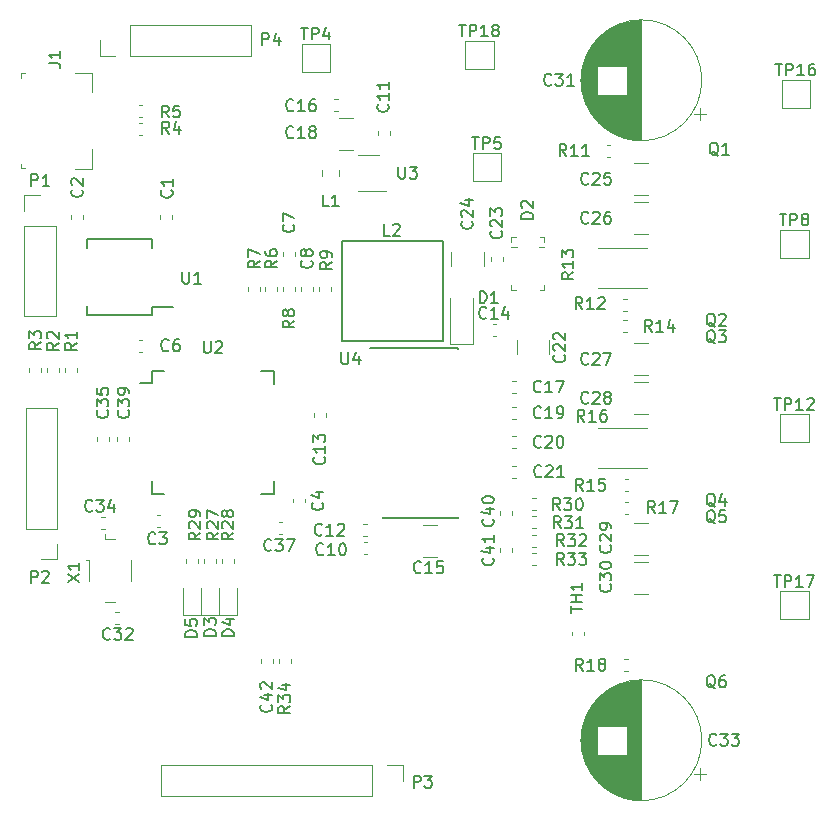
<source format=gbr>
G04 #@! TF.GenerationSoftware,KiCad,Pcbnew,5.0.2-bee76a0~70~ubuntu18.04.1*
G04 #@! TF.CreationDate,2019-03-01T11:09:08-06:00*
G04 #@! TF.ProjectId,MotorDriverXL,4d6f746f-7244-4726-9976-6572584c2e6b,V1.0*
G04 #@! TF.SameCoordinates,Original*
G04 #@! TF.FileFunction,Legend,Top*
G04 #@! TF.FilePolarity,Positive*
%FSLAX46Y46*%
G04 Gerber Fmt 4.6, Leading zero omitted, Abs format (unit mm)*
G04 Created by KiCad (PCBNEW 5.0.2-bee76a0~70~ubuntu18.04.1) date Fri 01 Mar 2019 11:09:08 AM CST*
%MOMM*%
%LPD*%
G01*
G04 APERTURE LIST*
%ADD10C,0.120000*%
%ADD11C,0.100000*%
%ADD12C,0.150000*%
G04 APERTURE END LIST*
D10*
G04 #@! TO.C,TP18*
X141167000Y-66605000D02*
X141167000Y-64205000D01*
X143567000Y-66605000D02*
X141167000Y-66605000D01*
X143567000Y-64205000D02*
X143567000Y-66605000D01*
X141167000Y-64205000D02*
X143567000Y-64205000D01*
G04 #@! TO.C,TP17*
X167837000Y-113214000D02*
X167837000Y-110814000D01*
X170237000Y-113214000D02*
X167837000Y-113214000D01*
X170237000Y-110814000D02*
X170237000Y-113214000D01*
X167837000Y-110814000D02*
X170237000Y-110814000D01*
G04 #@! TO.C,TP16*
X167964000Y-69907000D02*
X167964000Y-67507000D01*
X170364000Y-69907000D02*
X167964000Y-69907000D01*
X170364000Y-67507000D02*
X170364000Y-69907000D01*
X167964000Y-67507000D02*
X170364000Y-67507000D01*
G04 #@! TO.C,TP12*
X167837000Y-98228000D02*
X167837000Y-95828000D01*
X170237000Y-98228000D02*
X167837000Y-98228000D01*
X170237000Y-95828000D02*
X170237000Y-98228000D01*
X167837000Y-95828000D02*
X170237000Y-95828000D01*
G04 #@! TO.C,TP5*
X141802000Y-76130000D02*
X141802000Y-73730000D01*
X144202000Y-76130000D02*
X141802000Y-76130000D01*
X144202000Y-73730000D02*
X144202000Y-76130000D01*
X141802000Y-73730000D02*
X144202000Y-73730000D01*
G04 #@! TO.C,TP8*
X167837000Y-82607000D02*
X167837000Y-80207000D01*
X170237000Y-82607000D02*
X167837000Y-82607000D01*
X170237000Y-80207000D02*
X170237000Y-82607000D01*
X167837000Y-80207000D02*
X170237000Y-80207000D01*
G04 #@! TO.C,TP4*
X127324000Y-66859000D02*
X127324000Y-64459000D01*
X129724000Y-66859000D02*
X127324000Y-66859000D01*
X129724000Y-64459000D02*
X129724000Y-66859000D01*
X127324000Y-64459000D02*
X129724000Y-64459000D01*
G04 #@! TO.C,P4*
X110201400Y-65515800D02*
X110201400Y-64185800D01*
X111531400Y-65515800D02*
X110201400Y-65515800D01*
X112801400Y-65515800D02*
X112801400Y-62855800D01*
X112801400Y-62855800D02*
X123021400Y-62855800D01*
X112801400Y-65515800D02*
X123021400Y-65515800D01*
X123021400Y-65515800D02*
X123021400Y-62855800D01*
G04 #@! TO.C,P2*
X106613000Y-108137000D02*
X105283000Y-108137000D01*
X106613000Y-106807000D02*
X106613000Y-108137000D01*
X106613000Y-105537000D02*
X103953000Y-105537000D01*
X103953000Y-105537000D02*
X103953000Y-95317000D01*
X106613000Y-105537000D02*
X106613000Y-95317000D01*
X106613000Y-95317000D02*
X103953000Y-95317000D01*
G04 #@! TO.C,P3*
X135873800Y-125543000D02*
X135873800Y-126873000D01*
X134543800Y-125543000D02*
X135873800Y-125543000D01*
X133273800Y-125543000D02*
X133273800Y-128203000D01*
X133273800Y-128203000D02*
X115433800Y-128203000D01*
X133273800Y-125543000D02*
X115433800Y-125543000D01*
X115433800Y-125543000D02*
X115433800Y-128203000D01*
G04 #@! TO.C,P1*
X103826000Y-77283000D02*
X105156000Y-77283000D01*
X103826000Y-78613000D02*
X103826000Y-77283000D01*
X103826000Y-79883000D02*
X106486000Y-79883000D01*
X106486000Y-79883000D02*
X106486000Y-87563000D01*
X103826000Y-79883000D02*
X103826000Y-87563000D01*
X103826000Y-87563000D02*
X106486000Y-87563000D01*
G04 #@! TO.C,D1*
X139843000Y-89855400D02*
X139843000Y-86005400D01*
X141843000Y-89855400D02*
X141843000Y-86005400D01*
X139843000Y-89855400D02*
X141843000Y-89855400D01*
G04 #@! TO.C,C42*
X123899200Y-116601021D02*
X123899200Y-116926579D01*
X124919200Y-116601021D02*
X124919200Y-116926579D01*
G04 #@! TO.C,R34*
X126396801Y-116920178D02*
X126396801Y-116594620D01*
X125376801Y-116920178D02*
X125376801Y-116594620D01*
G04 #@! TO.C,TH1*
X151182800Y-114564379D02*
X151182800Y-114238821D01*
X150162800Y-114564379D02*
X150162800Y-114238821D01*
D11*
G04 #@! TO.C,D2*
X147856400Y-85333400D02*
X147456400Y-85333400D01*
X147856400Y-85333400D02*
X147856400Y-84933400D01*
X147856400Y-80833400D02*
X147856400Y-81233400D01*
X147856400Y-80833400D02*
X147456400Y-80833400D01*
X145056400Y-80833400D02*
X145456400Y-80833400D01*
X145056400Y-80833400D02*
X145056400Y-81233400D01*
X145056400Y-85333400D02*
X145456400Y-85333400D01*
X145056400Y-85333400D02*
X145056400Y-84933400D01*
X147855940Y-81719420D02*
X147855940Y-81643220D01*
X147391120Y-81719420D02*
X147855940Y-81719420D01*
X147391120Y-81643220D02*
X147391120Y-81719420D01*
X147855940Y-81643220D02*
X147391120Y-81643220D01*
X145054320Y-81719420D02*
X145054320Y-81643220D01*
X145514060Y-81719420D02*
X145054320Y-81719420D01*
X145514060Y-81643220D02*
X145514060Y-81719420D01*
X145054320Y-81643220D02*
X145514060Y-81643220D01*
D10*
G04 #@! TO.C,C41*
X144066800Y-107139521D02*
X144066800Y-107465079D01*
X145086800Y-107139521D02*
X145086800Y-107465079D01*
G04 #@! TO.C,C40*
X144066800Y-104040721D02*
X144066800Y-104366279D01*
X145086800Y-104040721D02*
X145086800Y-104366279D01*
G04 #@! TO.C,C39*
X111681800Y-97805021D02*
X111681800Y-98130579D01*
X112701800Y-97805021D02*
X112701800Y-98130579D01*
G04 #@! TO.C,C37*
X125364021Y-105970800D02*
X125689579Y-105970800D01*
X125364021Y-104950800D02*
X125689579Y-104950800D01*
G04 #@! TO.C,C35*
X110005400Y-97805021D02*
X110005400Y-98130579D01*
X111025400Y-97805021D02*
X111025400Y-98130579D01*
G04 #@! TO.C,C34*
X110300535Y-105594668D02*
X110626093Y-105594668D01*
X110300535Y-104574668D02*
X110626093Y-104574668D01*
G04 #@! TO.C,C32*
X111845293Y-112550268D02*
X111519735Y-112550268D01*
X111845293Y-113570268D02*
X111519735Y-113570268D01*
G04 #@! TO.C,X1*
X109272914Y-108172468D02*
X109032914Y-108172468D01*
X109272914Y-109972468D02*
X109272914Y-108172468D01*
X112872914Y-108172468D02*
X112872914Y-109972468D01*
X111472914Y-111772468D02*
X110672914Y-111772468D01*
X110672914Y-106372468D02*
X111472914Y-106372468D01*
X110672914Y-105972468D02*
X110672914Y-106372468D01*
G04 #@! TO.C,D4*
X121816800Y-112813200D02*
X121816800Y-110528200D01*
X120346800Y-112813200D02*
X121816800Y-112813200D01*
X120346800Y-110528200D02*
X120346800Y-112813200D01*
G04 #@! TO.C,D5*
X118768800Y-112813200D02*
X118768800Y-110528200D01*
X117298800Y-112813200D02*
X118768800Y-112813200D01*
X117298800Y-110528200D02*
X117298800Y-112813200D01*
G04 #@! TO.C,D3*
X120292800Y-112813200D02*
X120292800Y-110528200D01*
X118822800Y-112813200D02*
X120292800Y-112813200D01*
X118822800Y-110528200D02*
X118822800Y-112813200D01*
G04 #@! TO.C,R32*
X146827021Y-107063000D02*
X147152579Y-107063000D01*
X146827021Y-106043000D02*
X147152579Y-106043000D01*
G04 #@! TO.C,R27*
X120067800Y-108442979D02*
X120067800Y-108117421D01*
X119047800Y-108442979D02*
X119047800Y-108117421D01*
G04 #@! TO.C,R28*
X121591800Y-108442979D02*
X121591800Y-108117421D01*
X120571800Y-108442979D02*
X120571800Y-108117421D01*
G04 #@! TO.C,R29*
X117523800Y-108117421D02*
X117523800Y-108442979D01*
X118543800Y-108117421D02*
X118543800Y-108442979D01*
G04 #@! TO.C,R30*
X146801621Y-103951500D02*
X147127179Y-103951500D01*
X146801621Y-102931500D02*
X147127179Y-102931500D01*
G04 #@! TO.C,R33*
X146827021Y-108637800D02*
X147152579Y-108637800D01*
X146827021Y-107617800D02*
X147152579Y-107617800D01*
G04 #@! TO.C,R31*
X146801621Y-105475500D02*
X147127179Y-105475500D01*
X146801621Y-104455500D02*
X147127179Y-104455500D01*
G04 #@! TO.C,C31*
X161051846Y-70939000D02*
X161051846Y-69939000D01*
X161551846Y-70439000D02*
X160551846Y-70439000D01*
X150991200Y-68163000D02*
X150991200Y-66965000D01*
X151031200Y-68426000D02*
X151031200Y-66702000D01*
X151071200Y-68626000D02*
X151071200Y-66502000D01*
X151111200Y-68794000D02*
X151111200Y-66334000D01*
X151151200Y-68942000D02*
X151151200Y-66186000D01*
X151191200Y-69074000D02*
X151191200Y-66054000D01*
X151231200Y-69194000D02*
X151231200Y-65934000D01*
X151271200Y-69306000D02*
X151271200Y-65822000D01*
X151311200Y-69410000D02*
X151311200Y-65718000D01*
X151351200Y-69508000D02*
X151351200Y-65620000D01*
X151391200Y-69601000D02*
X151391200Y-65527000D01*
X151431200Y-69689000D02*
X151431200Y-65439000D01*
X151471200Y-69773000D02*
X151471200Y-65355000D01*
X151511200Y-69853000D02*
X151511200Y-65275000D01*
X151551200Y-69929000D02*
X151551200Y-65199000D01*
X151591200Y-70003000D02*
X151591200Y-65125000D01*
X151631200Y-70074000D02*
X151631200Y-65054000D01*
X151671200Y-70143000D02*
X151671200Y-64985000D01*
X151711200Y-70209000D02*
X151711200Y-64919000D01*
X151751200Y-70273000D02*
X151751200Y-64855000D01*
X151791200Y-70334000D02*
X151791200Y-64794000D01*
X151831200Y-70394000D02*
X151831200Y-64734000D01*
X151871200Y-70453000D02*
X151871200Y-64675000D01*
X151911200Y-70509000D02*
X151911200Y-64619000D01*
X151951200Y-70564000D02*
X151951200Y-64564000D01*
X151991200Y-70618000D02*
X151991200Y-64510000D01*
X152031200Y-70670000D02*
X152031200Y-64458000D01*
X152071200Y-70720000D02*
X152071200Y-64408000D01*
X152111200Y-70770000D02*
X152111200Y-64358000D01*
X152151200Y-70818000D02*
X152151200Y-64310000D01*
X152191200Y-70865000D02*
X152191200Y-64263000D01*
X152231200Y-70911000D02*
X152231200Y-64217000D01*
X152271200Y-70956000D02*
X152271200Y-64172000D01*
X152311200Y-71000000D02*
X152311200Y-64128000D01*
X152351200Y-66323000D02*
X152351200Y-64086000D01*
X152351200Y-71042000D02*
X152351200Y-68805000D01*
X152391200Y-66323000D02*
X152391200Y-64044000D01*
X152391200Y-71084000D02*
X152391200Y-68805000D01*
X152431200Y-66323000D02*
X152431200Y-64003000D01*
X152431200Y-71125000D02*
X152431200Y-68805000D01*
X152471200Y-66323000D02*
X152471200Y-63963000D01*
X152471200Y-71165000D02*
X152471200Y-68805000D01*
X152511200Y-66323000D02*
X152511200Y-63924000D01*
X152511200Y-71204000D02*
X152511200Y-68805000D01*
X152551200Y-66323000D02*
X152551200Y-63885000D01*
X152551200Y-71243000D02*
X152551200Y-68805000D01*
X152591200Y-66323000D02*
X152591200Y-63848000D01*
X152591200Y-71280000D02*
X152591200Y-68805000D01*
X152631200Y-66323000D02*
X152631200Y-63811000D01*
X152631200Y-71317000D02*
X152631200Y-68805000D01*
X152671200Y-66323000D02*
X152671200Y-63775000D01*
X152671200Y-71353000D02*
X152671200Y-68805000D01*
X152711200Y-66323000D02*
X152711200Y-63740000D01*
X152711200Y-71388000D02*
X152711200Y-68805000D01*
X152751200Y-66323000D02*
X152751200Y-63706000D01*
X152751200Y-71422000D02*
X152751200Y-68805000D01*
X152791200Y-66323000D02*
X152791200Y-63672000D01*
X152791200Y-71456000D02*
X152791200Y-68805000D01*
X152831200Y-66323000D02*
X152831200Y-63639000D01*
X152831200Y-71489000D02*
X152831200Y-68805000D01*
X152871200Y-66323000D02*
X152871200Y-63607000D01*
X152871200Y-71521000D02*
X152871200Y-68805000D01*
X152911200Y-66323000D02*
X152911200Y-63575000D01*
X152911200Y-71553000D02*
X152911200Y-68805000D01*
X152951200Y-66323000D02*
X152951200Y-63544000D01*
X152951200Y-71584000D02*
X152951200Y-68805000D01*
X152991200Y-66323000D02*
X152991200Y-63514000D01*
X152991200Y-71614000D02*
X152991200Y-68805000D01*
X153031200Y-66323000D02*
X153031200Y-63484000D01*
X153031200Y-71644000D02*
X153031200Y-68805000D01*
X153071200Y-66323000D02*
X153071200Y-63454000D01*
X153071200Y-71674000D02*
X153071200Y-68805000D01*
X153111200Y-66323000D02*
X153111200Y-63426000D01*
X153111200Y-71702000D02*
X153111200Y-68805000D01*
X153151200Y-66323000D02*
X153151200Y-63398000D01*
X153151200Y-71730000D02*
X153151200Y-68805000D01*
X153191200Y-66323000D02*
X153191200Y-63370000D01*
X153191200Y-71758000D02*
X153191200Y-68805000D01*
X153231200Y-66323000D02*
X153231200Y-63343000D01*
X153231200Y-71785000D02*
X153231200Y-68805000D01*
X153271200Y-66323000D02*
X153271200Y-63317000D01*
X153271200Y-71811000D02*
X153271200Y-68805000D01*
X153311200Y-66323000D02*
X153311200Y-63291000D01*
X153311200Y-71837000D02*
X153311200Y-68805000D01*
X153351200Y-66323000D02*
X153351200Y-63266000D01*
X153351200Y-71862000D02*
X153351200Y-68805000D01*
X153391200Y-66323000D02*
X153391200Y-63241000D01*
X153391200Y-71887000D02*
X153391200Y-68805000D01*
X153431200Y-66323000D02*
X153431200Y-63217000D01*
X153431200Y-71911000D02*
X153431200Y-68805000D01*
X153471200Y-66323000D02*
X153471200Y-63193000D01*
X153471200Y-71935000D02*
X153471200Y-68805000D01*
X153511200Y-66323000D02*
X153511200Y-63169000D01*
X153511200Y-71959000D02*
X153511200Y-68805000D01*
X153551200Y-66323000D02*
X153551200Y-63147000D01*
X153551200Y-71981000D02*
X153551200Y-68805000D01*
X153591200Y-66323000D02*
X153591200Y-63124000D01*
X153591200Y-72004000D02*
X153591200Y-68805000D01*
X153631200Y-66323000D02*
X153631200Y-63102000D01*
X153631200Y-72026000D02*
X153631200Y-68805000D01*
X153671200Y-66323000D02*
X153671200Y-63081000D01*
X153671200Y-72047000D02*
X153671200Y-68805000D01*
X153711200Y-66323000D02*
X153711200Y-63060000D01*
X153711200Y-72068000D02*
X153711200Y-68805000D01*
X153751200Y-66323000D02*
X153751200Y-63039000D01*
X153751200Y-72089000D02*
X153751200Y-68805000D01*
X153791200Y-66323000D02*
X153791200Y-63019000D01*
X153791200Y-72109000D02*
X153791200Y-68805000D01*
X153831200Y-66323000D02*
X153831200Y-63000000D01*
X153831200Y-72128000D02*
X153831200Y-68805000D01*
X153871200Y-66323000D02*
X153871200Y-62980000D01*
X153871200Y-72148000D02*
X153871200Y-68805000D01*
X153911200Y-66323000D02*
X153911200Y-62961000D01*
X153911200Y-72167000D02*
X153911200Y-68805000D01*
X153951200Y-66323000D02*
X153951200Y-62943000D01*
X153951200Y-72185000D02*
X153951200Y-68805000D01*
X153991200Y-66323000D02*
X153991200Y-62925000D01*
X153991200Y-72203000D02*
X153991200Y-68805000D01*
X154031200Y-66323000D02*
X154031200Y-62907000D01*
X154031200Y-72221000D02*
X154031200Y-68805000D01*
X154071200Y-66323000D02*
X154071200Y-62890000D01*
X154071200Y-72238000D02*
X154071200Y-68805000D01*
X154111200Y-66323000D02*
X154111200Y-62874000D01*
X154111200Y-72254000D02*
X154111200Y-68805000D01*
X154151200Y-66323000D02*
X154151200Y-62857000D01*
X154151200Y-72271000D02*
X154151200Y-68805000D01*
X154191200Y-66323000D02*
X154191200Y-62841000D01*
X154191200Y-72287000D02*
X154191200Y-68805000D01*
X154231200Y-66323000D02*
X154231200Y-62826000D01*
X154231200Y-72302000D02*
X154231200Y-68805000D01*
X154271200Y-66323000D02*
X154271200Y-62810000D01*
X154271200Y-72318000D02*
X154271200Y-68805000D01*
X154311200Y-66323000D02*
X154311200Y-62796000D01*
X154311200Y-72332000D02*
X154311200Y-68805000D01*
X154351200Y-66323000D02*
X154351200Y-62781000D01*
X154351200Y-72347000D02*
X154351200Y-68805000D01*
X154391200Y-66323000D02*
X154391200Y-62767000D01*
X154391200Y-72361000D02*
X154391200Y-68805000D01*
X154431200Y-66323000D02*
X154431200Y-62753000D01*
X154431200Y-72375000D02*
X154431200Y-68805000D01*
X154471200Y-66323000D02*
X154471200Y-62740000D01*
X154471200Y-72388000D02*
X154471200Y-68805000D01*
X154511200Y-66323000D02*
X154511200Y-62727000D01*
X154511200Y-72401000D02*
X154511200Y-68805000D01*
X154551200Y-66323000D02*
X154551200Y-62714000D01*
X154551200Y-72414000D02*
X154551200Y-68805000D01*
X154591200Y-66323000D02*
X154591200Y-62702000D01*
X154591200Y-72426000D02*
X154591200Y-68805000D01*
X154631200Y-66323000D02*
X154631200Y-62690000D01*
X154631200Y-72438000D02*
X154631200Y-68805000D01*
X154671200Y-66323000D02*
X154671200Y-62679000D01*
X154671200Y-72449000D02*
X154671200Y-68805000D01*
X154711200Y-66323000D02*
X154711200Y-62667000D01*
X154711200Y-72461000D02*
X154711200Y-68805000D01*
X154751200Y-66323000D02*
X154751200Y-62657000D01*
X154751200Y-72471000D02*
X154751200Y-68805000D01*
X154791200Y-66323000D02*
X154791200Y-62646000D01*
X154791200Y-72482000D02*
X154791200Y-68805000D01*
X154831200Y-72492000D02*
X154831200Y-62636000D01*
X154871200Y-72502000D02*
X154871200Y-62626000D01*
X154911200Y-72511000D02*
X154911200Y-62617000D01*
X154951200Y-72520000D02*
X154951200Y-62608000D01*
X154991200Y-72529000D02*
X154991200Y-62599000D01*
X155031200Y-72538000D02*
X155031200Y-62590000D01*
X155071200Y-72546000D02*
X155071200Y-62582000D01*
X155111200Y-72554000D02*
X155111200Y-62574000D01*
X155151200Y-72561000D02*
X155151200Y-62567000D01*
X155191200Y-72568000D02*
X155191200Y-62560000D01*
X155231200Y-72575000D02*
X155231200Y-62553000D01*
X155271200Y-72582000D02*
X155271200Y-62546000D01*
X155311200Y-72588000D02*
X155311200Y-62540000D01*
X155351200Y-72594000D02*
X155351200Y-62534000D01*
X155392200Y-72599000D02*
X155392200Y-62529000D01*
X155432200Y-72604000D02*
X155432200Y-62524000D01*
X155472200Y-72609000D02*
X155472200Y-62519000D01*
X155512200Y-72614000D02*
X155512200Y-62514000D01*
X155552200Y-72618000D02*
X155552200Y-62510000D01*
X155592200Y-72622000D02*
X155592200Y-62506000D01*
X155632200Y-72626000D02*
X155632200Y-62502000D01*
X155672200Y-72629000D02*
X155672200Y-62499000D01*
X155712200Y-72632000D02*
X155712200Y-62496000D01*
X155752200Y-72634000D02*
X155752200Y-62494000D01*
X155792200Y-72637000D02*
X155792200Y-62491000D01*
X155832200Y-72639000D02*
X155832200Y-62489000D01*
X155872200Y-72641000D02*
X155872200Y-62487000D01*
X155912200Y-72642000D02*
X155912200Y-62486000D01*
X155952200Y-72643000D02*
X155952200Y-62485000D01*
X155992200Y-72644000D02*
X155992200Y-62484000D01*
X156032200Y-72644000D02*
X156032200Y-62484000D01*
X156072200Y-72644000D02*
X156072200Y-62484000D01*
X161192200Y-67564000D02*
G75*
G03X161192200Y-67564000I-5120000J0D01*
G01*
G04 #@! TO.C,C33*
X161051846Y-126819000D02*
X161051846Y-125819000D01*
X161551846Y-126319000D02*
X160551846Y-126319000D01*
X150991200Y-124043000D02*
X150991200Y-122845000D01*
X151031200Y-124306000D02*
X151031200Y-122582000D01*
X151071200Y-124506000D02*
X151071200Y-122382000D01*
X151111200Y-124674000D02*
X151111200Y-122214000D01*
X151151200Y-124822000D02*
X151151200Y-122066000D01*
X151191200Y-124954000D02*
X151191200Y-121934000D01*
X151231200Y-125074000D02*
X151231200Y-121814000D01*
X151271200Y-125186000D02*
X151271200Y-121702000D01*
X151311200Y-125290000D02*
X151311200Y-121598000D01*
X151351200Y-125388000D02*
X151351200Y-121500000D01*
X151391200Y-125481000D02*
X151391200Y-121407000D01*
X151431200Y-125569000D02*
X151431200Y-121319000D01*
X151471200Y-125653000D02*
X151471200Y-121235000D01*
X151511200Y-125733000D02*
X151511200Y-121155000D01*
X151551200Y-125809000D02*
X151551200Y-121079000D01*
X151591200Y-125883000D02*
X151591200Y-121005000D01*
X151631200Y-125954000D02*
X151631200Y-120934000D01*
X151671200Y-126023000D02*
X151671200Y-120865000D01*
X151711200Y-126089000D02*
X151711200Y-120799000D01*
X151751200Y-126153000D02*
X151751200Y-120735000D01*
X151791200Y-126214000D02*
X151791200Y-120674000D01*
X151831200Y-126274000D02*
X151831200Y-120614000D01*
X151871200Y-126333000D02*
X151871200Y-120555000D01*
X151911200Y-126389000D02*
X151911200Y-120499000D01*
X151951200Y-126444000D02*
X151951200Y-120444000D01*
X151991200Y-126498000D02*
X151991200Y-120390000D01*
X152031200Y-126550000D02*
X152031200Y-120338000D01*
X152071200Y-126600000D02*
X152071200Y-120288000D01*
X152111200Y-126650000D02*
X152111200Y-120238000D01*
X152151200Y-126698000D02*
X152151200Y-120190000D01*
X152191200Y-126745000D02*
X152191200Y-120143000D01*
X152231200Y-126791000D02*
X152231200Y-120097000D01*
X152271200Y-126836000D02*
X152271200Y-120052000D01*
X152311200Y-126880000D02*
X152311200Y-120008000D01*
X152351200Y-122203000D02*
X152351200Y-119966000D01*
X152351200Y-126922000D02*
X152351200Y-124685000D01*
X152391200Y-122203000D02*
X152391200Y-119924000D01*
X152391200Y-126964000D02*
X152391200Y-124685000D01*
X152431200Y-122203000D02*
X152431200Y-119883000D01*
X152431200Y-127005000D02*
X152431200Y-124685000D01*
X152471200Y-122203000D02*
X152471200Y-119843000D01*
X152471200Y-127045000D02*
X152471200Y-124685000D01*
X152511200Y-122203000D02*
X152511200Y-119804000D01*
X152511200Y-127084000D02*
X152511200Y-124685000D01*
X152551200Y-122203000D02*
X152551200Y-119765000D01*
X152551200Y-127123000D02*
X152551200Y-124685000D01*
X152591200Y-122203000D02*
X152591200Y-119728000D01*
X152591200Y-127160000D02*
X152591200Y-124685000D01*
X152631200Y-122203000D02*
X152631200Y-119691000D01*
X152631200Y-127197000D02*
X152631200Y-124685000D01*
X152671200Y-122203000D02*
X152671200Y-119655000D01*
X152671200Y-127233000D02*
X152671200Y-124685000D01*
X152711200Y-122203000D02*
X152711200Y-119620000D01*
X152711200Y-127268000D02*
X152711200Y-124685000D01*
X152751200Y-122203000D02*
X152751200Y-119586000D01*
X152751200Y-127302000D02*
X152751200Y-124685000D01*
X152791200Y-122203000D02*
X152791200Y-119552000D01*
X152791200Y-127336000D02*
X152791200Y-124685000D01*
X152831200Y-122203000D02*
X152831200Y-119519000D01*
X152831200Y-127369000D02*
X152831200Y-124685000D01*
X152871200Y-122203000D02*
X152871200Y-119487000D01*
X152871200Y-127401000D02*
X152871200Y-124685000D01*
X152911200Y-122203000D02*
X152911200Y-119455000D01*
X152911200Y-127433000D02*
X152911200Y-124685000D01*
X152951200Y-122203000D02*
X152951200Y-119424000D01*
X152951200Y-127464000D02*
X152951200Y-124685000D01*
X152991200Y-122203000D02*
X152991200Y-119394000D01*
X152991200Y-127494000D02*
X152991200Y-124685000D01*
X153031200Y-122203000D02*
X153031200Y-119364000D01*
X153031200Y-127524000D02*
X153031200Y-124685000D01*
X153071200Y-122203000D02*
X153071200Y-119334000D01*
X153071200Y-127554000D02*
X153071200Y-124685000D01*
X153111200Y-122203000D02*
X153111200Y-119306000D01*
X153111200Y-127582000D02*
X153111200Y-124685000D01*
X153151200Y-122203000D02*
X153151200Y-119278000D01*
X153151200Y-127610000D02*
X153151200Y-124685000D01*
X153191200Y-122203000D02*
X153191200Y-119250000D01*
X153191200Y-127638000D02*
X153191200Y-124685000D01*
X153231200Y-122203000D02*
X153231200Y-119223000D01*
X153231200Y-127665000D02*
X153231200Y-124685000D01*
X153271200Y-122203000D02*
X153271200Y-119197000D01*
X153271200Y-127691000D02*
X153271200Y-124685000D01*
X153311200Y-122203000D02*
X153311200Y-119171000D01*
X153311200Y-127717000D02*
X153311200Y-124685000D01*
X153351200Y-122203000D02*
X153351200Y-119146000D01*
X153351200Y-127742000D02*
X153351200Y-124685000D01*
X153391200Y-122203000D02*
X153391200Y-119121000D01*
X153391200Y-127767000D02*
X153391200Y-124685000D01*
X153431200Y-122203000D02*
X153431200Y-119097000D01*
X153431200Y-127791000D02*
X153431200Y-124685000D01*
X153471200Y-122203000D02*
X153471200Y-119073000D01*
X153471200Y-127815000D02*
X153471200Y-124685000D01*
X153511200Y-122203000D02*
X153511200Y-119049000D01*
X153511200Y-127839000D02*
X153511200Y-124685000D01*
X153551200Y-122203000D02*
X153551200Y-119027000D01*
X153551200Y-127861000D02*
X153551200Y-124685000D01*
X153591200Y-122203000D02*
X153591200Y-119004000D01*
X153591200Y-127884000D02*
X153591200Y-124685000D01*
X153631200Y-122203000D02*
X153631200Y-118982000D01*
X153631200Y-127906000D02*
X153631200Y-124685000D01*
X153671200Y-122203000D02*
X153671200Y-118961000D01*
X153671200Y-127927000D02*
X153671200Y-124685000D01*
X153711200Y-122203000D02*
X153711200Y-118940000D01*
X153711200Y-127948000D02*
X153711200Y-124685000D01*
X153751200Y-122203000D02*
X153751200Y-118919000D01*
X153751200Y-127969000D02*
X153751200Y-124685000D01*
X153791200Y-122203000D02*
X153791200Y-118899000D01*
X153791200Y-127989000D02*
X153791200Y-124685000D01*
X153831200Y-122203000D02*
X153831200Y-118880000D01*
X153831200Y-128008000D02*
X153831200Y-124685000D01*
X153871200Y-122203000D02*
X153871200Y-118860000D01*
X153871200Y-128028000D02*
X153871200Y-124685000D01*
X153911200Y-122203000D02*
X153911200Y-118841000D01*
X153911200Y-128047000D02*
X153911200Y-124685000D01*
X153951200Y-122203000D02*
X153951200Y-118823000D01*
X153951200Y-128065000D02*
X153951200Y-124685000D01*
X153991200Y-122203000D02*
X153991200Y-118805000D01*
X153991200Y-128083000D02*
X153991200Y-124685000D01*
X154031200Y-122203000D02*
X154031200Y-118787000D01*
X154031200Y-128101000D02*
X154031200Y-124685000D01*
X154071200Y-122203000D02*
X154071200Y-118770000D01*
X154071200Y-128118000D02*
X154071200Y-124685000D01*
X154111200Y-122203000D02*
X154111200Y-118754000D01*
X154111200Y-128134000D02*
X154111200Y-124685000D01*
X154151200Y-122203000D02*
X154151200Y-118737000D01*
X154151200Y-128151000D02*
X154151200Y-124685000D01*
X154191200Y-122203000D02*
X154191200Y-118721000D01*
X154191200Y-128167000D02*
X154191200Y-124685000D01*
X154231200Y-122203000D02*
X154231200Y-118706000D01*
X154231200Y-128182000D02*
X154231200Y-124685000D01*
X154271200Y-122203000D02*
X154271200Y-118690000D01*
X154271200Y-128198000D02*
X154271200Y-124685000D01*
X154311200Y-122203000D02*
X154311200Y-118676000D01*
X154311200Y-128212000D02*
X154311200Y-124685000D01*
X154351200Y-122203000D02*
X154351200Y-118661000D01*
X154351200Y-128227000D02*
X154351200Y-124685000D01*
X154391200Y-122203000D02*
X154391200Y-118647000D01*
X154391200Y-128241000D02*
X154391200Y-124685000D01*
X154431200Y-122203000D02*
X154431200Y-118633000D01*
X154431200Y-128255000D02*
X154431200Y-124685000D01*
X154471200Y-122203000D02*
X154471200Y-118620000D01*
X154471200Y-128268000D02*
X154471200Y-124685000D01*
X154511200Y-122203000D02*
X154511200Y-118607000D01*
X154511200Y-128281000D02*
X154511200Y-124685000D01*
X154551200Y-122203000D02*
X154551200Y-118594000D01*
X154551200Y-128294000D02*
X154551200Y-124685000D01*
X154591200Y-122203000D02*
X154591200Y-118582000D01*
X154591200Y-128306000D02*
X154591200Y-124685000D01*
X154631200Y-122203000D02*
X154631200Y-118570000D01*
X154631200Y-128318000D02*
X154631200Y-124685000D01*
X154671200Y-122203000D02*
X154671200Y-118559000D01*
X154671200Y-128329000D02*
X154671200Y-124685000D01*
X154711200Y-122203000D02*
X154711200Y-118547000D01*
X154711200Y-128341000D02*
X154711200Y-124685000D01*
X154751200Y-122203000D02*
X154751200Y-118537000D01*
X154751200Y-128351000D02*
X154751200Y-124685000D01*
X154791200Y-122203000D02*
X154791200Y-118526000D01*
X154791200Y-128362000D02*
X154791200Y-124685000D01*
X154831200Y-128372000D02*
X154831200Y-118516000D01*
X154871200Y-128382000D02*
X154871200Y-118506000D01*
X154911200Y-128391000D02*
X154911200Y-118497000D01*
X154951200Y-128400000D02*
X154951200Y-118488000D01*
X154991200Y-128409000D02*
X154991200Y-118479000D01*
X155031200Y-128418000D02*
X155031200Y-118470000D01*
X155071200Y-128426000D02*
X155071200Y-118462000D01*
X155111200Y-128434000D02*
X155111200Y-118454000D01*
X155151200Y-128441000D02*
X155151200Y-118447000D01*
X155191200Y-128448000D02*
X155191200Y-118440000D01*
X155231200Y-128455000D02*
X155231200Y-118433000D01*
X155271200Y-128462000D02*
X155271200Y-118426000D01*
X155311200Y-128468000D02*
X155311200Y-118420000D01*
X155351200Y-128474000D02*
X155351200Y-118414000D01*
X155392200Y-128479000D02*
X155392200Y-118409000D01*
X155432200Y-128484000D02*
X155432200Y-118404000D01*
X155472200Y-128489000D02*
X155472200Y-118399000D01*
X155512200Y-128494000D02*
X155512200Y-118394000D01*
X155552200Y-128498000D02*
X155552200Y-118390000D01*
X155592200Y-128502000D02*
X155592200Y-118386000D01*
X155632200Y-128506000D02*
X155632200Y-118382000D01*
X155672200Y-128509000D02*
X155672200Y-118379000D01*
X155712200Y-128512000D02*
X155712200Y-118376000D01*
X155752200Y-128514000D02*
X155752200Y-118374000D01*
X155792200Y-128517000D02*
X155792200Y-118371000D01*
X155832200Y-128519000D02*
X155832200Y-118369000D01*
X155872200Y-128521000D02*
X155872200Y-118367000D01*
X155912200Y-128522000D02*
X155912200Y-118366000D01*
X155952200Y-128523000D02*
X155952200Y-118365000D01*
X155992200Y-128524000D02*
X155992200Y-118364000D01*
X156032200Y-128524000D02*
X156032200Y-118364000D01*
X156072200Y-128524000D02*
X156072200Y-118364000D01*
X161192200Y-123444000D02*
G75*
G03X161192200Y-123444000I-5120000J0D01*
G01*
G04 #@! TO.C,C8*
X127252000Y-85054221D02*
X127252000Y-85379779D01*
X128272000Y-85054221D02*
X128272000Y-85379779D01*
G04 #@! TO.C,C13*
X128344200Y-95722221D02*
X128344200Y-96047779D01*
X129364200Y-95722221D02*
X129364200Y-96047779D01*
G04 #@! TO.C,C16*
X130413979Y-69187600D02*
X130088421Y-69187600D01*
X130413979Y-70207600D02*
X130088421Y-70207600D01*
G04 #@! TO.C,C17*
X145099821Y-94007400D02*
X145425379Y-94007400D01*
X145099821Y-92987400D02*
X145425379Y-92987400D01*
G04 #@! TO.C,C19*
X145099821Y-96242600D02*
X145425379Y-96242600D01*
X145099821Y-95222600D02*
X145425379Y-95222600D01*
G04 #@! TO.C,C20*
X145099821Y-98731800D02*
X145425379Y-98731800D01*
X145099821Y-97711800D02*
X145425379Y-97711800D01*
G04 #@! TO.C,C21*
X145099821Y-101221000D02*
X145425379Y-101221000D01*
X145099821Y-100201000D02*
X145425379Y-100201000D01*
G04 #@! TO.C,C23*
X144401000Y-82890579D02*
X144401000Y-82565021D01*
X143381000Y-82890579D02*
X143381000Y-82565021D01*
G04 #@! TO.C,C22*
X148248200Y-90746664D02*
X148248200Y-89542536D01*
X145528200Y-90746664D02*
X145528200Y-89542536D01*
G04 #@! TO.C,C24*
X139991000Y-82112936D02*
X139991000Y-83317064D01*
X142711000Y-82112936D02*
X142711000Y-83317064D01*
G04 #@! TO.C,C25*
X156634264Y-74586000D02*
X155430136Y-74586000D01*
X156634264Y-77306000D02*
X155430136Y-77306000D01*
G04 #@! TO.C,C26*
X156634264Y-77888000D02*
X155430136Y-77888000D01*
X156634264Y-80608000D02*
X155430136Y-80608000D01*
G04 #@! TO.C,C27*
X156634264Y-89826000D02*
X155430136Y-89826000D01*
X156634264Y-92546000D02*
X155430136Y-92546000D01*
G04 #@! TO.C,C29*
X156634264Y-105066000D02*
X155430136Y-105066000D01*
X156634264Y-107786000D02*
X155430136Y-107786000D01*
G04 #@! TO.C,C30*
X156634264Y-108368000D02*
X155430136Y-108368000D01*
X156634264Y-111088000D02*
X155430136Y-111088000D01*
G04 #@! TO.C,C28*
X156634264Y-93128000D02*
X155430136Y-93128000D01*
X156634264Y-95848000D02*
X155430136Y-95848000D01*
G04 #@! TO.C,L1*
X130453200Y-75671178D02*
X130453200Y-75154022D01*
X129033200Y-75671178D02*
X129033200Y-75154022D01*
D12*
G04 #@! TO.C,U2*
X114621893Y-93212935D02*
X113596893Y-93212935D01*
X124971893Y-92212935D02*
X123896893Y-92212935D01*
X124971893Y-102562935D02*
X123896893Y-102562935D01*
X114621893Y-102562935D02*
X115696893Y-102562935D01*
X114621893Y-92212935D02*
X115696893Y-92212935D01*
X114621893Y-102562935D02*
X114621893Y-101487935D01*
X124971893Y-102562935D02*
X124971893Y-101487935D01*
X124971893Y-92212935D02*
X124971893Y-93287935D01*
X114621893Y-92212935D02*
X114621893Y-93212935D01*
G04 #@! TO.C,U4*
X134162800Y-104584800D02*
X140512800Y-104584800D01*
X133087800Y-90259800D02*
X140512800Y-90259800D01*
X134162800Y-104584800D02*
X134162800Y-104577300D01*
X140512800Y-104584800D02*
X140512800Y-104577300D01*
X140512800Y-90334800D02*
X140512800Y-90342300D01*
G04 #@! TO.C,U1*
X114637000Y-86751000D02*
X116387000Y-86751000D01*
X114637000Y-80996000D02*
X109137000Y-80996000D01*
X114637000Y-87406000D02*
X109137000Y-87406000D01*
X114637000Y-80996000D02*
X114637000Y-81746000D01*
X109137000Y-80996000D02*
X109137000Y-81746000D01*
X109137000Y-87406000D02*
X109137000Y-86656000D01*
X114637000Y-87406000D02*
X114637000Y-86751000D01*
D10*
G04 #@! TO.C,U3*
X132063600Y-76922600D02*
X134493600Y-76922600D01*
X133823600Y-73852600D02*
X132063600Y-73852600D01*
G04 #@! TO.C,R8*
X125728000Y-85079621D02*
X125728000Y-85405179D01*
X126748000Y-85079621D02*
X126748000Y-85405179D01*
G04 #@! TO.C,R14*
X154848779Y-87882000D02*
X154523221Y-87882000D01*
X154848779Y-88902000D02*
X154523221Y-88902000D01*
G04 #@! TO.C,R15*
X154975779Y-101344000D02*
X154650221Y-101344000D01*
X154975779Y-102364000D02*
X154650221Y-102364000D01*
G04 #@! TO.C,R17*
X154975779Y-103249000D02*
X154650221Y-103249000D01*
X154975779Y-104269000D02*
X154650221Y-104269000D01*
G04 #@! TO.C,R18*
X154924979Y-116584000D02*
X154599421Y-116584000D01*
X154924979Y-117604000D02*
X154599421Y-117604000D01*
G04 #@! TO.C,R11*
X153451779Y-73023000D02*
X153126221Y-73023000D01*
X153451779Y-74043000D02*
X153126221Y-74043000D01*
G04 #@! TO.C,R16*
X156544264Y-96969000D02*
X152440136Y-96969000D01*
X156544264Y-100389000D02*
X152440136Y-100389000D01*
G04 #@! TO.C,R13*
X156544264Y-81729000D02*
X152440136Y-81729000D01*
X156544264Y-85149000D02*
X152440136Y-85149000D01*
D11*
G04 #@! TO.C,J1*
X109549800Y-66943000D02*
X108099800Y-66943000D01*
X109559800Y-66943000D02*
X109559800Y-68593000D01*
X109569800Y-75053000D02*
X109569800Y-73393000D01*
X109569800Y-75053000D02*
X108099800Y-75053000D01*
X103889800Y-66979676D02*
X103509800Y-66979676D01*
X103509800Y-66979676D02*
X103509800Y-67349676D01*
X103507952Y-75007908D02*
X103507952Y-74637908D01*
X103887952Y-75007908D02*
X103507952Y-75007908D01*
D12*
G04 #@! TO.C,L2*
X139251000Y-81170200D02*
X139251000Y-81420200D01*
X130751000Y-81170200D02*
X139251000Y-81170200D01*
X130751000Y-89670200D02*
X130751000Y-81170200D01*
X139251000Y-89670200D02*
X130751000Y-89670200D01*
X139251000Y-81420200D02*
X139251000Y-89670200D01*
D10*
G04 #@! TO.C,C1*
X115314000Y-78958221D02*
X115314000Y-79283779D01*
X116334000Y-78958221D02*
X116334000Y-79283779D01*
G04 #@! TO.C,C2*
X107821000Y-78958221D02*
X107821000Y-79283779D01*
X108841000Y-78958221D02*
X108841000Y-79283779D01*
G04 #@! TO.C,C3*
X115026221Y-105386600D02*
X115351779Y-105386600D01*
X115026221Y-104366600D02*
X115351779Y-104366600D01*
G04 #@! TO.C,C4*
X127586200Y-103312179D02*
X127586200Y-102986621D01*
X126566200Y-103312179D02*
X126566200Y-102986621D01*
G04 #@! TO.C,C6*
X113827779Y-89583800D02*
X113502221Y-89583800D01*
X113827779Y-90603800D02*
X113502221Y-90603800D01*
G04 #@! TO.C,C7*
X125728000Y-82082421D02*
X125728000Y-82407979D01*
X126748000Y-82082421D02*
X126748000Y-82407979D01*
G04 #@! TO.C,C10*
X132552221Y-107698000D02*
X132877779Y-107698000D01*
X132552221Y-106678000D02*
X132877779Y-106678000D01*
G04 #@! TO.C,C11*
X133754400Y-71897021D02*
X133754400Y-72222579D01*
X134774400Y-71897021D02*
X134774400Y-72222579D01*
G04 #@! TO.C,C12*
X132526721Y-106174000D02*
X132852279Y-106174000D01*
X132526721Y-105154000D02*
X132852279Y-105154000D01*
G04 #@! TO.C,C14*
X143799779Y-88161400D02*
X143474221Y-88161400D01*
X143799779Y-89181400D02*
X143474221Y-89181400D01*
G04 #@! TO.C,C15*
X138778064Y-105193000D02*
X137573936Y-105193000D01*
X138778064Y-107913000D02*
X137573936Y-107913000D01*
G04 #@! TO.C,C18*
X130461936Y-73445200D02*
X131666064Y-73445200D01*
X130461936Y-70725200D02*
X131666064Y-70725200D01*
G04 #@! TO.C,R1*
X108333000Y-92237779D02*
X108333000Y-91912221D01*
X107313000Y-92237779D02*
X107313000Y-91912221D01*
G04 #@! TO.C,R2*
X106809000Y-92237779D02*
X106809000Y-91912221D01*
X105789000Y-92237779D02*
X105789000Y-91912221D01*
G04 #@! TO.C,R3*
X105285000Y-92237779D02*
X105285000Y-91912221D01*
X104265000Y-92237779D02*
X104265000Y-91912221D01*
G04 #@! TO.C,R4*
X113827779Y-71143400D02*
X113502221Y-71143400D01*
X113827779Y-72163400D02*
X113502221Y-72163400D01*
G04 #@! TO.C,R5*
X113827779Y-69619400D02*
X113502221Y-69619400D01*
X113827779Y-70639400D02*
X113502221Y-70639400D01*
G04 #@! TO.C,R6*
X124229400Y-85079621D02*
X124229400Y-85405179D01*
X125249400Y-85079621D02*
X125249400Y-85405179D01*
G04 #@! TO.C,R7*
X123750800Y-85405179D02*
X123750800Y-85079621D01*
X122730800Y-85405179D02*
X122730800Y-85079621D01*
G04 #@! TO.C,R9*
X128750600Y-85054221D02*
X128750600Y-85379779D01*
X129770600Y-85054221D02*
X129770600Y-85379779D01*
G04 #@! TO.C,R12*
X154848779Y-86104000D02*
X154523221Y-86104000D01*
X154848779Y-87124000D02*
X154523221Y-87124000D01*
G04 #@! TO.C,TP18*
D12*
X140628904Y-62859380D02*
X141200333Y-62859380D01*
X140914619Y-63859380D02*
X140914619Y-62859380D01*
X141533666Y-63859380D02*
X141533666Y-62859380D01*
X141914619Y-62859380D01*
X142009857Y-62907000D01*
X142057476Y-62954619D01*
X142105095Y-63049857D01*
X142105095Y-63192714D01*
X142057476Y-63287952D01*
X142009857Y-63335571D01*
X141914619Y-63383190D01*
X141533666Y-63383190D01*
X143057476Y-63859380D02*
X142486047Y-63859380D01*
X142771761Y-63859380D02*
X142771761Y-62859380D01*
X142676523Y-63002238D01*
X142581285Y-63097476D01*
X142486047Y-63145095D01*
X143628904Y-63287952D02*
X143533666Y-63240333D01*
X143486047Y-63192714D01*
X143438428Y-63097476D01*
X143438428Y-63049857D01*
X143486047Y-62954619D01*
X143533666Y-62907000D01*
X143628904Y-62859380D01*
X143819380Y-62859380D01*
X143914619Y-62907000D01*
X143962238Y-62954619D01*
X144009857Y-63049857D01*
X144009857Y-63097476D01*
X143962238Y-63192714D01*
X143914619Y-63240333D01*
X143819380Y-63287952D01*
X143628904Y-63287952D01*
X143533666Y-63335571D01*
X143486047Y-63383190D01*
X143438428Y-63478428D01*
X143438428Y-63668904D01*
X143486047Y-63764142D01*
X143533666Y-63811761D01*
X143628904Y-63859380D01*
X143819380Y-63859380D01*
X143914619Y-63811761D01*
X143962238Y-63764142D01*
X144009857Y-63668904D01*
X144009857Y-63478428D01*
X143962238Y-63383190D01*
X143914619Y-63335571D01*
X143819380Y-63287952D01*
G04 #@! TO.C,TP17*
X167298904Y-109468380D02*
X167870333Y-109468380D01*
X167584619Y-110468380D02*
X167584619Y-109468380D01*
X168203666Y-110468380D02*
X168203666Y-109468380D01*
X168584619Y-109468380D01*
X168679857Y-109516000D01*
X168727476Y-109563619D01*
X168775095Y-109658857D01*
X168775095Y-109801714D01*
X168727476Y-109896952D01*
X168679857Y-109944571D01*
X168584619Y-109992190D01*
X168203666Y-109992190D01*
X169727476Y-110468380D02*
X169156047Y-110468380D01*
X169441761Y-110468380D02*
X169441761Y-109468380D01*
X169346523Y-109611238D01*
X169251285Y-109706476D01*
X169156047Y-109754095D01*
X170060809Y-109468380D02*
X170727476Y-109468380D01*
X170298904Y-110468380D01*
G04 #@! TO.C,TP16*
X167425904Y-66161380D02*
X167997333Y-66161380D01*
X167711619Y-67161380D02*
X167711619Y-66161380D01*
X168330666Y-67161380D02*
X168330666Y-66161380D01*
X168711619Y-66161380D01*
X168806857Y-66209000D01*
X168854476Y-66256619D01*
X168902095Y-66351857D01*
X168902095Y-66494714D01*
X168854476Y-66589952D01*
X168806857Y-66637571D01*
X168711619Y-66685190D01*
X168330666Y-66685190D01*
X169854476Y-67161380D02*
X169283047Y-67161380D01*
X169568761Y-67161380D02*
X169568761Y-66161380D01*
X169473523Y-66304238D01*
X169378285Y-66399476D01*
X169283047Y-66447095D01*
X170711619Y-66161380D02*
X170521142Y-66161380D01*
X170425904Y-66209000D01*
X170378285Y-66256619D01*
X170283047Y-66399476D01*
X170235428Y-66589952D01*
X170235428Y-66970904D01*
X170283047Y-67066142D01*
X170330666Y-67113761D01*
X170425904Y-67161380D01*
X170616380Y-67161380D01*
X170711619Y-67113761D01*
X170759238Y-67066142D01*
X170806857Y-66970904D01*
X170806857Y-66732809D01*
X170759238Y-66637571D01*
X170711619Y-66589952D01*
X170616380Y-66542333D01*
X170425904Y-66542333D01*
X170330666Y-66589952D01*
X170283047Y-66637571D01*
X170235428Y-66732809D01*
G04 #@! TO.C,TP12*
X167298904Y-94482380D02*
X167870333Y-94482380D01*
X167584619Y-95482380D02*
X167584619Y-94482380D01*
X168203666Y-95482380D02*
X168203666Y-94482380D01*
X168584619Y-94482380D01*
X168679857Y-94530000D01*
X168727476Y-94577619D01*
X168775095Y-94672857D01*
X168775095Y-94815714D01*
X168727476Y-94910952D01*
X168679857Y-94958571D01*
X168584619Y-95006190D01*
X168203666Y-95006190D01*
X169727476Y-95482380D02*
X169156047Y-95482380D01*
X169441761Y-95482380D02*
X169441761Y-94482380D01*
X169346523Y-94625238D01*
X169251285Y-94720476D01*
X169156047Y-94768095D01*
X170108428Y-94577619D02*
X170156047Y-94530000D01*
X170251285Y-94482380D01*
X170489380Y-94482380D01*
X170584619Y-94530000D01*
X170632238Y-94577619D01*
X170679857Y-94672857D01*
X170679857Y-94768095D01*
X170632238Y-94910952D01*
X170060809Y-95482380D01*
X170679857Y-95482380D01*
G04 #@! TO.C,TP5*
X141740095Y-72384380D02*
X142311523Y-72384380D01*
X142025809Y-73384380D02*
X142025809Y-72384380D01*
X142644857Y-73384380D02*
X142644857Y-72384380D01*
X143025809Y-72384380D01*
X143121047Y-72432000D01*
X143168666Y-72479619D01*
X143216285Y-72574857D01*
X143216285Y-72717714D01*
X143168666Y-72812952D01*
X143121047Y-72860571D01*
X143025809Y-72908190D01*
X142644857Y-72908190D01*
X144121047Y-72384380D02*
X143644857Y-72384380D01*
X143597238Y-72860571D01*
X143644857Y-72812952D01*
X143740095Y-72765333D01*
X143978190Y-72765333D01*
X144073428Y-72812952D01*
X144121047Y-72860571D01*
X144168666Y-72955809D01*
X144168666Y-73193904D01*
X144121047Y-73289142D01*
X144073428Y-73336761D01*
X143978190Y-73384380D01*
X143740095Y-73384380D01*
X143644857Y-73336761D01*
X143597238Y-73289142D01*
G04 #@! TO.C,TP8*
X167775095Y-78861380D02*
X168346523Y-78861380D01*
X168060809Y-79861380D02*
X168060809Y-78861380D01*
X168679857Y-79861380D02*
X168679857Y-78861380D01*
X169060809Y-78861380D01*
X169156047Y-78909000D01*
X169203666Y-78956619D01*
X169251285Y-79051857D01*
X169251285Y-79194714D01*
X169203666Y-79289952D01*
X169156047Y-79337571D01*
X169060809Y-79385190D01*
X168679857Y-79385190D01*
X169822714Y-79289952D02*
X169727476Y-79242333D01*
X169679857Y-79194714D01*
X169632238Y-79099476D01*
X169632238Y-79051857D01*
X169679857Y-78956619D01*
X169727476Y-78909000D01*
X169822714Y-78861380D01*
X170013190Y-78861380D01*
X170108428Y-78909000D01*
X170156047Y-78956619D01*
X170203666Y-79051857D01*
X170203666Y-79099476D01*
X170156047Y-79194714D01*
X170108428Y-79242333D01*
X170013190Y-79289952D01*
X169822714Y-79289952D01*
X169727476Y-79337571D01*
X169679857Y-79385190D01*
X169632238Y-79480428D01*
X169632238Y-79670904D01*
X169679857Y-79766142D01*
X169727476Y-79813761D01*
X169822714Y-79861380D01*
X170013190Y-79861380D01*
X170108428Y-79813761D01*
X170156047Y-79766142D01*
X170203666Y-79670904D01*
X170203666Y-79480428D01*
X170156047Y-79385190D01*
X170108428Y-79337571D01*
X170013190Y-79289952D01*
G04 #@! TO.C,TP4*
X127262095Y-63113380D02*
X127833523Y-63113380D01*
X127547809Y-64113380D02*
X127547809Y-63113380D01*
X128166857Y-64113380D02*
X128166857Y-63113380D01*
X128547809Y-63113380D01*
X128643047Y-63161000D01*
X128690666Y-63208619D01*
X128738285Y-63303857D01*
X128738285Y-63446714D01*
X128690666Y-63541952D01*
X128643047Y-63589571D01*
X128547809Y-63637190D01*
X128166857Y-63637190D01*
X129595428Y-63446714D02*
X129595428Y-64113380D01*
X129357333Y-63065761D02*
X129119238Y-63780047D01*
X129738285Y-63780047D01*
G04 #@! TO.C,P4*
X123975904Y-64587380D02*
X123975904Y-63587380D01*
X124356857Y-63587380D01*
X124452095Y-63635000D01*
X124499714Y-63682619D01*
X124547333Y-63777857D01*
X124547333Y-63920714D01*
X124499714Y-64015952D01*
X124452095Y-64063571D01*
X124356857Y-64111190D01*
X123975904Y-64111190D01*
X125404476Y-63920714D02*
X125404476Y-64587380D01*
X125166380Y-63539761D02*
X124928285Y-64254047D01*
X125547333Y-64254047D01*
G04 #@! TO.C,P2*
X104392504Y-110104180D02*
X104392504Y-109104180D01*
X104773457Y-109104180D01*
X104868695Y-109151800D01*
X104916314Y-109199419D01*
X104963933Y-109294657D01*
X104963933Y-109437514D01*
X104916314Y-109532752D01*
X104868695Y-109580371D01*
X104773457Y-109627990D01*
X104392504Y-109627990D01*
X105344885Y-109199419D02*
X105392504Y-109151800D01*
X105487742Y-109104180D01*
X105725838Y-109104180D01*
X105821076Y-109151800D01*
X105868695Y-109199419D01*
X105916314Y-109294657D01*
X105916314Y-109389895D01*
X105868695Y-109532752D01*
X105297266Y-110104180D01*
X105916314Y-110104180D01*
G04 #@! TO.C,P3*
X136802904Y-127452380D02*
X136802904Y-126452380D01*
X137183857Y-126452380D01*
X137279095Y-126500000D01*
X137326714Y-126547619D01*
X137374333Y-126642857D01*
X137374333Y-126785714D01*
X137326714Y-126880952D01*
X137279095Y-126928571D01*
X137183857Y-126976190D01*
X136802904Y-126976190D01*
X137707666Y-126452380D02*
X138326714Y-126452380D01*
X137993380Y-126833333D01*
X138136238Y-126833333D01*
X138231476Y-126880952D01*
X138279095Y-126928571D01*
X138326714Y-127023809D01*
X138326714Y-127261904D01*
X138279095Y-127357142D01*
X138231476Y-127404761D01*
X138136238Y-127452380D01*
X137850523Y-127452380D01*
X137755285Y-127404761D01*
X137707666Y-127357142D01*
G04 #@! TO.C,P1*
X104417904Y-76525380D02*
X104417904Y-75525380D01*
X104798857Y-75525380D01*
X104894095Y-75573000D01*
X104941714Y-75620619D01*
X104989333Y-75715857D01*
X104989333Y-75858714D01*
X104941714Y-75953952D01*
X104894095Y-76001571D01*
X104798857Y-76049190D01*
X104417904Y-76049190D01*
X105941714Y-76525380D02*
X105370285Y-76525380D01*
X105656000Y-76525380D02*
X105656000Y-75525380D01*
X105560761Y-75668238D01*
X105465523Y-75763476D01*
X105370285Y-75811095D01*
G04 #@! TO.C,D1*
X142390904Y-86431380D02*
X142390904Y-85431380D01*
X142629000Y-85431380D01*
X142771857Y-85479000D01*
X142867095Y-85574238D01*
X142914714Y-85669476D01*
X142962333Y-85859952D01*
X142962333Y-86002809D01*
X142914714Y-86193285D01*
X142867095Y-86288523D01*
X142771857Y-86383761D01*
X142629000Y-86431380D01*
X142390904Y-86431380D01*
X143914714Y-86431380D02*
X143343285Y-86431380D01*
X143629000Y-86431380D02*
X143629000Y-85431380D01*
X143533761Y-85574238D01*
X143438523Y-85669476D01*
X143343285Y-85717095D01*
G04 #@! TO.C,C42*
X124715542Y-120429257D02*
X124763161Y-120476876D01*
X124810780Y-120619733D01*
X124810780Y-120714971D01*
X124763161Y-120857828D01*
X124667923Y-120953066D01*
X124572685Y-121000685D01*
X124382209Y-121048304D01*
X124239352Y-121048304D01*
X124048876Y-121000685D01*
X123953638Y-120953066D01*
X123858400Y-120857828D01*
X123810780Y-120714971D01*
X123810780Y-120619733D01*
X123858400Y-120476876D01*
X123906019Y-120429257D01*
X124144114Y-119572114D02*
X124810780Y-119572114D01*
X123763161Y-119810209D02*
X124477447Y-120048304D01*
X124477447Y-119429257D01*
X123906019Y-119095923D02*
X123858400Y-119048304D01*
X123810780Y-118953066D01*
X123810780Y-118714971D01*
X123858400Y-118619733D01*
X123906019Y-118572114D01*
X124001257Y-118524495D01*
X124096495Y-118524495D01*
X124239352Y-118572114D01*
X124810780Y-119143542D01*
X124810780Y-118524495D01*
G04 #@! TO.C,R34*
X126334780Y-120556257D02*
X125858590Y-120889590D01*
X126334780Y-121127685D02*
X125334780Y-121127685D01*
X125334780Y-120746733D01*
X125382400Y-120651495D01*
X125430019Y-120603876D01*
X125525257Y-120556257D01*
X125668114Y-120556257D01*
X125763352Y-120603876D01*
X125810971Y-120651495D01*
X125858590Y-120746733D01*
X125858590Y-121127685D01*
X125334780Y-120222923D02*
X125334780Y-119603876D01*
X125715733Y-119937209D01*
X125715733Y-119794352D01*
X125763352Y-119699114D01*
X125810971Y-119651495D01*
X125906209Y-119603876D01*
X126144304Y-119603876D01*
X126239542Y-119651495D01*
X126287161Y-119699114D01*
X126334780Y-119794352D01*
X126334780Y-120080066D01*
X126287161Y-120175304D01*
X126239542Y-120222923D01*
X125668114Y-118746733D02*
X126334780Y-118746733D01*
X125287161Y-118984828D02*
X126001447Y-119222923D01*
X126001447Y-118603876D01*
G04 #@! TO.C,TH1*
X150074380Y-112639314D02*
X150074380Y-112067885D01*
X151074380Y-112353600D02*
X150074380Y-112353600D01*
X151074380Y-111734552D02*
X150074380Y-111734552D01*
X150550571Y-111734552D02*
X150550571Y-111163123D01*
X151074380Y-111163123D02*
X150074380Y-111163123D01*
X151074380Y-110163123D02*
X151074380Y-110734552D01*
X151074380Y-110448838D02*
X150074380Y-110448838D01*
X150217238Y-110544076D01*
X150312476Y-110639314D01*
X150360095Y-110734552D01*
G04 #@! TO.C,Q1*
X162591761Y-73953619D02*
X162496523Y-73906000D01*
X162401285Y-73810761D01*
X162258428Y-73667904D01*
X162163190Y-73620285D01*
X162067952Y-73620285D01*
X162115571Y-73858380D02*
X162020333Y-73810761D01*
X161925095Y-73715523D01*
X161877476Y-73525047D01*
X161877476Y-73191714D01*
X161925095Y-73001238D01*
X162020333Y-72906000D01*
X162115571Y-72858380D01*
X162306047Y-72858380D01*
X162401285Y-72906000D01*
X162496523Y-73001238D01*
X162544142Y-73191714D01*
X162544142Y-73525047D01*
X162496523Y-73715523D01*
X162401285Y-73810761D01*
X162306047Y-73858380D01*
X162115571Y-73858380D01*
X163496523Y-73858380D02*
X162925095Y-73858380D01*
X163210809Y-73858380D02*
X163210809Y-72858380D01*
X163115571Y-73001238D01*
X163020333Y-73096476D01*
X162925095Y-73144095D01*
G04 #@! TO.C,D2*
X146908780Y-79300295D02*
X145908780Y-79300295D01*
X145908780Y-79062200D01*
X145956400Y-78919342D01*
X146051638Y-78824104D01*
X146146876Y-78776485D01*
X146337352Y-78728866D01*
X146480209Y-78728866D01*
X146670685Y-78776485D01*
X146765923Y-78824104D01*
X146861161Y-78919342D01*
X146908780Y-79062200D01*
X146908780Y-79300295D01*
X146004019Y-78347914D02*
X145956400Y-78300295D01*
X145908780Y-78205057D01*
X145908780Y-77966961D01*
X145956400Y-77871723D01*
X146004019Y-77824104D01*
X146099257Y-77776485D01*
X146194495Y-77776485D01*
X146337352Y-77824104D01*
X146908780Y-78395533D01*
X146908780Y-77776485D01*
G04 #@! TO.C,C41*
X143486142Y-108008657D02*
X143533761Y-108056276D01*
X143581380Y-108199133D01*
X143581380Y-108294371D01*
X143533761Y-108437228D01*
X143438523Y-108532466D01*
X143343285Y-108580085D01*
X143152809Y-108627704D01*
X143009952Y-108627704D01*
X142819476Y-108580085D01*
X142724238Y-108532466D01*
X142629000Y-108437228D01*
X142581380Y-108294371D01*
X142581380Y-108199133D01*
X142629000Y-108056276D01*
X142676619Y-108008657D01*
X142914714Y-107151514D02*
X143581380Y-107151514D01*
X142533761Y-107389609D02*
X143248047Y-107627704D01*
X143248047Y-107008657D01*
X143581380Y-106103895D02*
X143581380Y-106675323D01*
X143581380Y-106389609D02*
X142581380Y-106389609D01*
X142724238Y-106484847D01*
X142819476Y-106580085D01*
X142867095Y-106675323D01*
G04 #@! TO.C,C40*
X143486142Y-104706657D02*
X143533761Y-104754276D01*
X143581380Y-104897133D01*
X143581380Y-104992371D01*
X143533761Y-105135228D01*
X143438523Y-105230466D01*
X143343285Y-105278085D01*
X143152809Y-105325704D01*
X143009952Y-105325704D01*
X142819476Y-105278085D01*
X142724238Y-105230466D01*
X142629000Y-105135228D01*
X142581380Y-104992371D01*
X142581380Y-104897133D01*
X142629000Y-104754276D01*
X142676619Y-104706657D01*
X142914714Y-103849514D02*
X143581380Y-103849514D01*
X142533761Y-104087609D02*
X143248047Y-104325704D01*
X143248047Y-103706657D01*
X142581380Y-103135228D02*
X142581380Y-103039990D01*
X142629000Y-102944752D01*
X142676619Y-102897133D01*
X142771857Y-102849514D01*
X142962333Y-102801895D01*
X143200428Y-102801895D01*
X143390904Y-102849514D01*
X143486142Y-102897133D01*
X143533761Y-102944752D01*
X143581380Y-103039990D01*
X143581380Y-103135228D01*
X143533761Y-103230466D01*
X143486142Y-103278085D01*
X143390904Y-103325704D01*
X143200428Y-103373323D01*
X142962333Y-103373323D01*
X142771857Y-103325704D01*
X142676619Y-103278085D01*
X142629000Y-103230466D01*
X142581380Y-103135228D01*
G04 #@! TO.C,C39*
X112625142Y-95511857D02*
X112672761Y-95559476D01*
X112720380Y-95702333D01*
X112720380Y-95797571D01*
X112672761Y-95940428D01*
X112577523Y-96035666D01*
X112482285Y-96083285D01*
X112291809Y-96130904D01*
X112148952Y-96130904D01*
X111958476Y-96083285D01*
X111863238Y-96035666D01*
X111768000Y-95940428D01*
X111720380Y-95797571D01*
X111720380Y-95702333D01*
X111768000Y-95559476D01*
X111815619Y-95511857D01*
X111720380Y-95178523D02*
X111720380Y-94559476D01*
X112101333Y-94892809D01*
X112101333Y-94749952D01*
X112148952Y-94654714D01*
X112196571Y-94607095D01*
X112291809Y-94559476D01*
X112529904Y-94559476D01*
X112625142Y-94607095D01*
X112672761Y-94654714D01*
X112720380Y-94749952D01*
X112720380Y-95035666D01*
X112672761Y-95130904D01*
X112625142Y-95178523D01*
X112720380Y-94083285D02*
X112720380Y-93892809D01*
X112672761Y-93797571D01*
X112625142Y-93749952D01*
X112482285Y-93654714D01*
X112291809Y-93607095D01*
X111910857Y-93607095D01*
X111815619Y-93654714D01*
X111768000Y-93702333D01*
X111720380Y-93797571D01*
X111720380Y-93988047D01*
X111768000Y-94083285D01*
X111815619Y-94130904D01*
X111910857Y-94178523D01*
X112148952Y-94178523D01*
X112244190Y-94130904D01*
X112291809Y-94083285D01*
X112339428Y-93988047D01*
X112339428Y-93797571D01*
X112291809Y-93702333D01*
X112244190Y-93654714D01*
X112148952Y-93607095D01*
G04 #@! TO.C,C37*
X124756942Y-107316542D02*
X124709323Y-107364161D01*
X124566466Y-107411780D01*
X124471228Y-107411780D01*
X124328371Y-107364161D01*
X124233133Y-107268923D01*
X124185514Y-107173685D01*
X124137895Y-106983209D01*
X124137895Y-106840352D01*
X124185514Y-106649876D01*
X124233133Y-106554638D01*
X124328371Y-106459400D01*
X124471228Y-106411780D01*
X124566466Y-106411780D01*
X124709323Y-106459400D01*
X124756942Y-106507019D01*
X125090276Y-106411780D02*
X125709323Y-106411780D01*
X125375990Y-106792733D01*
X125518847Y-106792733D01*
X125614085Y-106840352D01*
X125661704Y-106887971D01*
X125709323Y-106983209D01*
X125709323Y-107221304D01*
X125661704Y-107316542D01*
X125614085Y-107364161D01*
X125518847Y-107411780D01*
X125233133Y-107411780D01*
X125137895Y-107364161D01*
X125090276Y-107316542D01*
X126042657Y-106411780D02*
X126709323Y-106411780D01*
X126280752Y-107411780D01*
G04 #@! TO.C,C35*
X110847142Y-95511857D02*
X110894761Y-95559476D01*
X110942380Y-95702333D01*
X110942380Y-95797571D01*
X110894761Y-95940428D01*
X110799523Y-96035666D01*
X110704285Y-96083285D01*
X110513809Y-96130904D01*
X110370952Y-96130904D01*
X110180476Y-96083285D01*
X110085238Y-96035666D01*
X109990000Y-95940428D01*
X109942380Y-95797571D01*
X109942380Y-95702333D01*
X109990000Y-95559476D01*
X110037619Y-95511857D01*
X109942380Y-95178523D02*
X109942380Y-94559476D01*
X110323333Y-94892809D01*
X110323333Y-94749952D01*
X110370952Y-94654714D01*
X110418571Y-94607095D01*
X110513809Y-94559476D01*
X110751904Y-94559476D01*
X110847142Y-94607095D01*
X110894761Y-94654714D01*
X110942380Y-94749952D01*
X110942380Y-95035666D01*
X110894761Y-95130904D01*
X110847142Y-95178523D01*
X109942380Y-93654714D02*
X109942380Y-94130904D01*
X110418571Y-94178523D01*
X110370952Y-94130904D01*
X110323333Y-94035666D01*
X110323333Y-93797571D01*
X110370952Y-93702333D01*
X110418571Y-93654714D01*
X110513809Y-93607095D01*
X110751904Y-93607095D01*
X110847142Y-93654714D01*
X110894761Y-93702333D01*
X110942380Y-93797571D01*
X110942380Y-94035666D01*
X110894761Y-94130904D01*
X110847142Y-94178523D01*
G04 #@! TO.C,C34*
X109593142Y-103989142D02*
X109545523Y-104036761D01*
X109402666Y-104084380D01*
X109307428Y-104084380D01*
X109164571Y-104036761D01*
X109069333Y-103941523D01*
X109021714Y-103846285D01*
X108974095Y-103655809D01*
X108974095Y-103512952D01*
X109021714Y-103322476D01*
X109069333Y-103227238D01*
X109164571Y-103132000D01*
X109307428Y-103084380D01*
X109402666Y-103084380D01*
X109545523Y-103132000D01*
X109593142Y-103179619D01*
X109926476Y-103084380D02*
X110545523Y-103084380D01*
X110212190Y-103465333D01*
X110355047Y-103465333D01*
X110450285Y-103512952D01*
X110497904Y-103560571D01*
X110545523Y-103655809D01*
X110545523Y-103893904D01*
X110497904Y-103989142D01*
X110450285Y-104036761D01*
X110355047Y-104084380D01*
X110069333Y-104084380D01*
X109974095Y-104036761D01*
X109926476Y-103989142D01*
X111402666Y-103417714D02*
X111402666Y-104084380D01*
X111164571Y-103036761D02*
X110926476Y-103751047D01*
X111545523Y-103751047D01*
G04 #@! TO.C,C32*
X111100949Y-114844145D02*
X111053330Y-114891764D01*
X110910473Y-114939383D01*
X110815235Y-114939383D01*
X110672378Y-114891764D01*
X110577140Y-114796526D01*
X110529521Y-114701288D01*
X110481902Y-114510812D01*
X110481902Y-114367955D01*
X110529521Y-114177479D01*
X110577140Y-114082241D01*
X110672378Y-113987003D01*
X110815235Y-113939383D01*
X110910473Y-113939383D01*
X111053330Y-113987003D01*
X111100949Y-114034622D01*
X111434283Y-113939383D02*
X112053330Y-113939383D01*
X111719997Y-114320336D01*
X111862854Y-114320336D01*
X111958092Y-114367955D01*
X112005711Y-114415574D01*
X112053330Y-114510812D01*
X112053330Y-114748907D01*
X112005711Y-114844145D01*
X111958092Y-114891764D01*
X111862854Y-114939383D01*
X111577140Y-114939383D01*
X111481902Y-114891764D01*
X111434283Y-114844145D01*
X112434283Y-114034622D02*
X112481902Y-113987003D01*
X112577140Y-113939383D01*
X112815235Y-113939383D01*
X112910473Y-113987003D01*
X112958092Y-114034622D01*
X113005711Y-114129860D01*
X113005711Y-114225098D01*
X112958092Y-114367955D01*
X112386664Y-114939383D01*
X113005711Y-114939383D01*
G04 #@! TO.C,X1*
X107487787Y-110013326D02*
X108487787Y-109346660D01*
X107487787Y-109346660D02*
X108487787Y-110013326D01*
X108487787Y-108441898D02*
X108487787Y-109013326D01*
X108487787Y-108727612D02*
X107487787Y-108727612D01*
X107630645Y-108822850D01*
X107725883Y-108918088D01*
X107773502Y-109013326D01*
G04 #@! TO.C,D4*
X121584980Y-114631695D02*
X120584980Y-114631695D01*
X120584980Y-114393600D01*
X120632600Y-114250742D01*
X120727838Y-114155504D01*
X120823076Y-114107885D01*
X121013552Y-114060266D01*
X121156409Y-114060266D01*
X121346885Y-114107885D01*
X121442123Y-114155504D01*
X121537361Y-114250742D01*
X121584980Y-114393600D01*
X121584980Y-114631695D01*
X120918314Y-113203123D02*
X121584980Y-113203123D01*
X120537361Y-113441219D02*
X121251647Y-113679314D01*
X121251647Y-113060266D01*
G04 #@! TO.C,D5*
X118435380Y-114682495D02*
X117435380Y-114682495D01*
X117435380Y-114444400D01*
X117483000Y-114301542D01*
X117578238Y-114206304D01*
X117673476Y-114158685D01*
X117863952Y-114111066D01*
X118006809Y-114111066D01*
X118197285Y-114158685D01*
X118292523Y-114206304D01*
X118387761Y-114301542D01*
X118435380Y-114444400D01*
X118435380Y-114682495D01*
X117435380Y-113206304D02*
X117435380Y-113682495D01*
X117911571Y-113730114D01*
X117863952Y-113682495D01*
X117816333Y-113587257D01*
X117816333Y-113349161D01*
X117863952Y-113253923D01*
X117911571Y-113206304D01*
X118006809Y-113158685D01*
X118244904Y-113158685D01*
X118340142Y-113206304D01*
X118387761Y-113253923D01*
X118435380Y-113349161D01*
X118435380Y-113587257D01*
X118387761Y-113682495D01*
X118340142Y-113730114D01*
G04 #@! TO.C,D3*
X120060980Y-114606295D02*
X119060980Y-114606295D01*
X119060980Y-114368200D01*
X119108600Y-114225342D01*
X119203838Y-114130104D01*
X119299076Y-114082485D01*
X119489552Y-114034866D01*
X119632409Y-114034866D01*
X119822885Y-114082485D01*
X119918123Y-114130104D01*
X120013361Y-114225342D01*
X120060980Y-114368200D01*
X120060980Y-114606295D01*
X119060980Y-113701533D02*
X119060980Y-113082485D01*
X119441933Y-113415819D01*
X119441933Y-113272961D01*
X119489552Y-113177723D01*
X119537171Y-113130104D01*
X119632409Y-113082485D01*
X119870504Y-113082485D01*
X119965742Y-113130104D01*
X120013361Y-113177723D01*
X120060980Y-113272961D01*
X120060980Y-113558676D01*
X120013361Y-113653914D01*
X119965742Y-113701533D01*
G04 #@! TO.C,R32*
X149521942Y-107005380D02*
X149188609Y-106529190D01*
X148950514Y-107005380D02*
X148950514Y-106005380D01*
X149331466Y-106005380D01*
X149426704Y-106053000D01*
X149474323Y-106100619D01*
X149521942Y-106195857D01*
X149521942Y-106338714D01*
X149474323Y-106433952D01*
X149426704Y-106481571D01*
X149331466Y-106529190D01*
X148950514Y-106529190D01*
X149855276Y-106005380D02*
X150474323Y-106005380D01*
X150140990Y-106386333D01*
X150283847Y-106386333D01*
X150379085Y-106433952D01*
X150426704Y-106481571D01*
X150474323Y-106576809D01*
X150474323Y-106814904D01*
X150426704Y-106910142D01*
X150379085Y-106957761D01*
X150283847Y-107005380D01*
X149998133Y-107005380D01*
X149902895Y-106957761D01*
X149855276Y-106910142D01*
X150855276Y-106100619D02*
X150902895Y-106053000D01*
X150998133Y-106005380D01*
X151236228Y-106005380D01*
X151331466Y-106053000D01*
X151379085Y-106100619D01*
X151426704Y-106195857D01*
X151426704Y-106291095D01*
X151379085Y-106433952D01*
X150807657Y-107005380D01*
X151426704Y-107005380D01*
G04 #@! TO.C,R27*
X120264180Y-105875057D02*
X119787990Y-106208390D01*
X120264180Y-106446485D02*
X119264180Y-106446485D01*
X119264180Y-106065533D01*
X119311800Y-105970295D01*
X119359419Y-105922676D01*
X119454657Y-105875057D01*
X119597514Y-105875057D01*
X119692752Y-105922676D01*
X119740371Y-105970295D01*
X119787990Y-106065533D01*
X119787990Y-106446485D01*
X119359419Y-105494104D02*
X119311800Y-105446485D01*
X119264180Y-105351247D01*
X119264180Y-105113152D01*
X119311800Y-105017914D01*
X119359419Y-104970295D01*
X119454657Y-104922676D01*
X119549895Y-104922676D01*
X119692752Y-104970295D01*
X120264180Y-105541723D01*
X120264180Y-104922676D01*
X119264180Y-104589342D02*
X119264180Y-103922676D01*
X120264180Y-104351247D01*
G04 #@! TO.C,R28*
X121534180Y-105875057D02*
X121057990Y-106208390D01*
X121534180Y-106446485D02*
X120534180Y-106446485D01*
X120534180Y-106065533D01*
X120581800Y-105970295D01*
X120629419Y-105922676D01*
X120724657Y-105875057D01*
X120867514Y-105875057D01*
X120962752Y-105922676D01*
X121010371Y-105970295D01*
X121057990Y-106065533D01*
X121057990Y-106446485D01*
X120629419Y-105494104D02*
X120581800Y-105446485D01*
X120534180Y-105351247D01*
X120534180Y-105113152D01*
X120581800Y-105017914D01*
X120629419Y-104970295D01*
X120724657Y-104922676D01*
X120819895Y-104922676D01*
X120962752Y-104970295D01*
X121534180Y-105541723D01*
X121534180Y-104922676D01*
X120962752Y-104351247D02*
X120915133Y-104446485D01*
X120867514Y-104494104D01*
X120772276Y-104541723D01*
X120724657Y-104541723D01*
X120629419Y-104494104D01*
X120581800Y-104446485D01*
X120534180Y-104351247D01*
X120534180Y-104160771D01*
X120581800Y-104065533D01*
X120629419Y-104017914D01*
X120724657Y-103970295D01*
X120772276Y-103970295D01*
X120867514Y-104017914D01*
X120915133Y-104065533D01*
X120962752Y-104160771D01*
X120962752Y-104351247D01*
X121010371Y-104446485D01*
X121057990Y-104494104D01*
X121153228Y-104541723D01*
X121343704Y-104541723D01*
X121438942Y-104494104D01*
X121486561Y-104446485D01*
X121534180Y-104351247D01*
X121534180Y-104160771D01*
X121486561Y-104065533D01*
X121438942Y-104017914D01*
X121343704Y-103970295D01*
X121153228Y-103970295D01*
X121057990Y-104017914D01*
X121010371Y-104065533D01*
X120962752Y-104160771D01*
G04 #@! TO.C,R29*
X118740180Y-105875057D02*
X118263990Y-106208390D01*
X118740180Y-106446485D02*
X117740180Y-106446485D01*
X117740180Y-106065533D01*
X117787800Y-105970295D01*
X117835419Y-105922676D01*
X117930657Y-105875057D01*
X118073514Y-105875057D01*
X118168752Y-105922676D01*
X118216371Y-105970295D01*
X118263990Y-106065533D01*
X118263990Y-106446485D01*
X117835419Y-105494104D02*
X117787800Y-105446485D01*
X117740180Y-105351247D01*
X117740180Y-105113152D01*
X117787800Y-105017914D01*
X117835419Y-104970295D01*
X117930657Y-104922676D01*
X118025895Y-104922676D01*
X118168752Y-104970295D01*
X118740180Y-105541723D01*
X118740180Y-104922676D01*
X118740180Y-104446485D02*
X118740180Y-104256009D01*
X118692561Y-104160771D01*
X118644942Y-104113152D01*
X118502085Y-104017914D01*
X118311609Y-103970295D01*
X117930657Y-103970295D01*
X117835419Y-104017914D01*
X117787800Y-104065533D01*
X117740180Y-104160771D01*
X117740180Y-104351247D01*
X117787800Y-104446485D01*
X117835419Y-104494104D01*
X117930657Y-104541723D01*
X118168752Y-104541723D01*
X118263990Y-104494104D01*
X118311609Y-104446485D01*
X118359228Y-104351247D01*
X118359228Y-104160771D01*
X118311609Y-104065533D01*
X118263990Y-104017914D01*
X118168752Y-103970295D01*
G04 #@! TO.C,R30*
X149191742Y-103957380D02*
X148858409Y-103481190D01*
X148620314Y-103957380D02*
X148620314Y-102957380D01*
X149001266Y-102957380D01*
X149096504Y-103005000D01*
X149144123Y-103052619D01*
X149191742Y-103147857D01*
X149191742Y-103290714D01*
X149144123Y-103385952D01*
X149096504Y-103433571D01*
X149001266Y-103481190D01*
X148620314Y-103481190D01*
X149525076Y-102957380D02*
X150144123Y-102957380D01*
X149810790Y-103338333D01*
X149953647Y-103338333D01*
X150048885Y-103385952D01*
X150096504Y-103433571D01*
X150144123Y-103528809D01*
X150144123Y-103766904D01*
X150096504Y-103862142D01*
X150048885Y-103909761D01*
X149953647Y-103957380D01*
X149667933Y-103957380D01*
X149572695Y-103909761D01*
X149525076Y-103862142D01*
X150763171Y-102957380D02*
X150858409Y-102957380D01*
X150953647Y-103005000D01*
X151001266Y-103052619D01*
X151048885Y-103147857D01*
X151096504Y-103338333D01*
X151096504Y-103576428D01*
X151048885Y-103766904D01*
X151001266Y-103862142D01*
X150953647Y-103909761D01*
X150858409Y-103957380D01*
X150763171Y-103957380D01*
X150667933Y-103909761D01*
X150620314Y-103862142D01*
X150572695Y-103766904D01*
X150525076Y-103576428D01*
X150525076Y-103338333D01*
X150572695Y-103147857D01*
X150620314Y-103052619D01*
X150667933Y-103005000D01*
X150763171Y-102957380D01*
G04 #@! TO.C,R33*
X149496542Y-108580180D02*
X149163209Y-108103990D01*
X148925114Y-108580180D02*
X148925114Y-107580180D01*
X149306066Y-107580180D01*
X149401304Y-107627800D01*
X149448923Y-107675419D01*
X149496542Y-107770657D01*
X149496542Y-107913514D01*
X149448923Y-108008752D01*
X149401304Y-108056371D01*
X149306066Y-108103990D01*
X148925114Y-108103990D01*
X149829876Y-107580180D02*
X150448923Y-107580180D01*
X150115590Y-107961133D01*
X150258447Y-107961133D01*
X150353685Y-108008752D01*
X150401304Y-108056371D01*
X150448923Y-108151609D01*
X150448923Y-108389704D01*
X150401304Y-108484942D01*
X150353685Y-108532561D01*
X150258447Y-108580180D01*
X149972733Y-108580180D01*
X149877495Y-108532561D01*
X149829876Y-108484942D01*
X150782257Y-107580180D02*
X151401304Y-107580180D01*
X151067971Y-107961133D01*
X151210828Y-107961133D01*
X151306066Y-108008752D01*
X151353685Y-108056371D01*
X151401304Y-108151609D01*
X151401304Y-108389704D01*
X151353685Y-108484942D01*
X151306066Y-108532561D01*
X151210828Y-108580180D01*
X150925114Y-108580180D01*
X150829876Y-108532561D01*
X150782257Y-108484942D01*
G04 #@! TO.C,R31*
X149242542Y-105481380D02*
X148909209Y-105005190D01*
X148671114Y-105481380D02*
X148671114Y-104481380D01*
X149052066Y-104481380D01*
X149147304Y-104529000D01*
X149194923Y-104576619D01*
X149242542Y-104671857D01*
X149242542Y-104814714D01*
X149194923Y-104909952D01*
X149147304Y-104957571D01*
X149052066Y-105005190D01*
X148671114Y-105005190D01*
X149575876Y-104481380D02*
X150194923Y-104481380D01*
X149861590Y-104862333D01*
X150004447Y-104862333D01*
X150099685Y-104909952D01*
X150147304Y-104957571D01*
X150194923Y-105052809D01*
X150194923Y-105290904D01*
X150147304Y-105386142D01*
X150099685Y-105433761D01*
X150004447Y-105481380D01*
X149718733Y-105481380D01*
X149623495Y-105433761D01*
X149575876Y-105386142D01*
X151147304Y-105481380D02*
X150575876Y-105481380D01*
X150861590Y-105481380D02*
X150861590Y-104481380D01*
X150766352Y-104624238D01*
X150671114Y-104719476D01*
X150575876Y-104767095D01*
G04 #@! TO.C,C31*
X148455142Y-67921142D02*
X148407523Y-67968761D01*
X148264666Y-68016380D01*
X148169428Y-68016380D01*
X148026571Y-67968761D01*
X147931333Y-67873523D01*
X147883714Y-67778285D01*
X147836095Y-67587809D01*
X147836095Y-67444952D01*
X147883714Y-67254476D01*
X147931333Y-67159238D01*
X148026571Y-67064000D01*
X148169428Y-67016380D01*
X148264666Y-67016380D01*
X148407523Y-67064000D01*
X148455142Y-67111619D01*
X148788476Y-67016380D02*
X149407523Y-67016380D01*
X149074190Y-67397333D01*
X149217047Y-67397333D01*
X149312285Y-67444952D01*
X149359904Y-67492571D01*
X149407523Y-67587809D01*
X149407523Y-67825904D01*
X149359904Y-67921142D01*
X149312285Y-67968761D01*
X149217047Y-68016380D01*
X148931333Y-68016380D01*
X148836095Y-67968761D01*
X148788476Y-67921142D01*
X150359904Y-68016380D02*
X149788476Y-68016380D01*
X150074190Y-68016380D02*
X150074190Y-67016380D01*
X149978952Y-67159238D01*
X149883714Y-67254476D01*
X149788476Y-67302095D01*
G04 #@! TO.C,C33*
X162425142Y-123801142D02*
X162377523Y-123848761D01*
X162234666Y-123896380D01*
X162139428Y-123896380D01*
X161996571Y-123848761D01*
X161901333Y-123753523D01*
X161853714Y-123658285D01*
X161806095Y-123467809D01*
X161806095Y-123324952D01*
X161853714Y-123134476D01*
X161901333Y-123039238D01*
X161996571Y-122944000D01*
X162139428Y-122896380D01*
X162234666Y-122896380D01*
X162377523Y-122944000D01*
X162425142Y-122991619D01*
X162758476Y-122896380D02*
X163377523Y-122896380D01*
X163044190Y-123277333D01*
X163187047Y-123277333D01*
X163282285Y-123324952D01*
X163329904Y-123372571D01*
X163377523Y-123467809D01*
X163377523Y-123705904D01*
X163329904Y-123801142D01*
X163282285Y-123848761D01*
X163187047Y-123896380D01*
X162901333Y-123896380D01*
X162806095Y-123848761D01*
X162758476Y-123801142D01*
X163710857Y-122896380D02*
X164329904Y-122896380D01*
X163996571Y-123277333D01*
X164139428Y-123277333D01*
X164234666Y-123324952D01*
X164282285Y-123372571D01*
X164329904Y-123467809D01*
X164329904Y-123705904D01*
X164282285Y-123801142D01*
X164234666Y-123848761D01*
X164139428Y-123896380D01*
X163853714Y-123896380D01*
X163758476Y-123848761D01*
X163710857Y-123801142D01*
G04 #@! TO.C,C8*
X128144542Y-82843666D02*
X128192161Y-82891285D01*
X128239780Y-83034142D01*
X128239780Y-83129380D01*
X128192161Y-83272238D01*
X128096923Y-83367476D01*
X128001685Y-83415095D01*
X127811209Y-83462714D01*
X127668352Y-83462714D01*
X127477876Y-83415095D01*
X127382638Y-83367476D01*
X127287400Y-83272238D01*
X127239780Y-83129380D01*
X127239780Y-83034142D01*
X127287400Y-82891285D01*
X127335019Y-82843666D01*
X127668352Y-82272238D02*
X127620733Y-82367476D01*
X127573114Y-82415095D01*
X127477876Y-82462714D01*
X127430257Y-82462714D01*
X127335019Y-82415095D01*
X127287400Y-82367476D01*
X127239780Y-82272238D01*
X127239780Y-82081761D01*
X127287400Y-81986523D01*
X127335019Y-81938904D01*
X127430257Y-81891285D01*
X127477876Y-81891285D01*
X127573114Y-81938904D01*
X127620733Y-81986523D01*
X127668352Y-82081761D01*
X127668352Y-82272238D01*
X127715971Y-82367476D01*
X127763590Y-82415095D01*
X127858828Y-82462714D01*
X128049304Y-82462714D01*
X128144542Y-82415095D01*
X128192161Y-82367476D01*
X128239780Y-82272238D01*
X128239780Y-82081761D01*
X128192161Y-81986523D01*
X128144542Y-81938904D01*
X128049304Y-81891285D01*
X127858828Y-81891285D01*
X127763590Y-81938904D01*
X127715971Y-81986523D01*
X127668352Y-82081761D01*
G04 #@! TO.C,C13*
X129211342Y-99474257D02*
X129258961Y-99521876D01*
X129306580Y-99664733D01*
X129306580Y-99759971D01*
X129258961Y-99902828D01*
X129163723Y-99998066D01*
X129068485Y-100045685D01*
X128878009Y-100093304D01*
X128735152Y-100093304D01*
X128544676Y-100045685D01*
X128449438Y-99998066D01*
X128354200Y-99902828D01*
X128306580Y-99759971D01*
X128306580Y-99664733D01*
X128354200Y-99521876D01*
X128401819Y-99474257D01*
X129306580Y-98521876D02*
X129306580Y-99093304D01*
X129306580Y-98807590D02*
X128306580Y-98807590D01*
X128449438Y-98902828D01*
X128544676Y-98998066D01*
X128592295Y-99093304D01*
X128306580Y-98188542D02*
X128306580Y-97569495D01*
X128687533Y-97902828D01*
X128687533Y-97759971D01*
X128735152Y-97664733D01*
X128782771Y-97617114D01*
X128878009Y-97569495D01*
X129116104Y-97569495D01*
X129211342Y-97617114D01*
X129258961Y-97664733D01*
X129306580Y-97759971D01*
X129306580Y-98045685D01*
X129258961Y-98140923D01*
X129211342Y-98188542D01*
G04 #@! TO.C,C16*
X126611142Y-70080142D02*
X126563523Y-70127761D01*
X126420666Y-70175380D01*
X126325428Y-70175380D01*
X126182571Y-70127761D01*
X126087333Y-70032523D01*
X126039714Y-69937285D01*
X125992095Y-69746809D01*
X125992095Y-69603952D01*
X126039714Y-69413476D01*
X126087333Y-69318238D01*
X126182571Y-69223000D01*
X126325428Y-69175380D01*
X126420666Y-69175380D01*
X126563523Y-69223000D01*
X126611142Y-69270619D01*
X127563523Y-70175380D02*
X126992095Y-70175380D01*
X127277809Y-70175380D02*
X127277809Y-69175380D01*
X127182571Y-69318238D01*
X127087333Y-69413476D01*
X126992095Y-69461095D01*
X128420666Y-69175380D02*
X128230190Y-69175380D01*
X128134952Y-69223000D01*
X128087333Y-69270619D01*
X127992095Y-69413476D01*
X127944476Y-69603952D01*
X127944476Y-69984904D01*
X127992095Y-70080142D01*
X128039714Y-70127761D01*
X128134952Y-70175380D01*
X128325428Y-70175380D01*
X128420666Y-70127761D01*
X128468285Y-70080142D01*
X128515904Y-69984904D01*
X128515904Y-69746809D01*
X128468285Y-69651571D01*
X128420666Y-69603952D01*
X128325428Y-69556333D01*
X128134952Y-69556333D01*
X128039714Y-69603952D01*
X127992095Y-69651571D01*
X127944476Y-69746809D01*
G04 #@! TO.C,C17*
X147566142Y-93905342D02*
X147518523Y-93952961D01*
X147375666Y-94000580D01*
X147280428Y-94000580D01*
X147137571Y-93952961D01*
X147042333Y-93857723D01*
X146994714Y-93762485D01*
X146947095Y-93572009D01*
X146947095Y-93429152D01*
X146994714Y-93238676D01*
X147042333Y-93143438D01*
X147137571Y-93048200D01*
X147280428Y-93000580D01*
X147375666Y-93000580D01*
X147518523Y-93048200D01*
X147566142Y-93095819D01*
X148518523Y-94000580D02*
X147947095Y-94000580D01*
X148232809Y-94000580D02*
X148232809Y-93000580D01*
X148137571Y-93143438D01*
X148042333Y-93238676D01*
X147947095Y-93286295D01*
X148851857Y-93000580D02*
X149518523Y-93000580D01*
X149089952Y-94000580D01*
G04 #@! TO.C,C19*
X147566142Y-96089742D02*
X147518523Y-96137361D01*
X147375666Y-96184980D01*
X147280428Y-96184980D01*
X147137571Y-96137361D01*
X147042333Y-96042123D01*
X146994714Y-95946885D01*
X146947095Y-95756409D01*
X146947095Y-95613552D01*
X146994714Y-95423076D01*
X147042333Y-95327838D01*
X147137571Y-95232600D01*
X147280428Y-95184980D01*
X147375666Y-95184980D01*
X147518523Y-95232600D01*
X147566142Y-95280219D01*
X148518523Y-96184980D02*
X147947095Y-96184980D01*
X148232809Y-96184980D02*
X148232809Y-95184980D01*
X148137571Y-95327838D01*
X148042333Y-95423076D01*
X147947095Y-95470695D01*
X148994714Y-96184980D02*
X149185190Y-96184980D01*
X149280428Y-96137361D01*
X149328047Y-96089742D01*
X149423285Y-95946885D01*
X149470904Y-95756409D01*
X149470904Y-95375457D01*
X149423285Y-95280219D01*
X149375666Y-95232600D01*
X149280428Y-95184980D01*
X149089952Y-95184980D01*
X148994714Y-95232600D01*
X148947095Y-95280219D01*
X148899476Y-95375457D01*
X148899476Y-95613552D01*
X148947095Y-95708790D01*
X148994714Y-95756409D01*
X149089952Y-95804028D01*
X149280428Y-95804028D01*
X149375666Y-95756409D01*
X149423285Y-95708790D01*
X149470904Y-95613552D01*
G04 #@! TO.C,C20*
X147566142Y-98578942D02*
X147518523Y-98626561D01*
X147375666Y-98674180D01*
X147280428Y-98674180D01*
X147137571Y-98626561D01*
X147042333Y-98531323D01*
X146994714Y-98436085D01*
X146947095Y-98245609D01*
X146947095Y-98102752D01*
X146994714Y-97912276D01*
X147042333Y-97817038D01*
X147137571Y-97721800D01*
X147280428Y-97674180D01*
X147375666Y-97674180D01*
X147518523Y-97721800D01*
X147566142Y-97769419D01*
X147947095Y-97769419D02*
X147994714Y-97721800D01*
X148089952Y-97674180D01*
X148328047Y-97674180D01*
X148423285Y-97721800D01*
X148470904Y-97769419D01*
X148518523Y-97864657D01*
X148518523Y-97959895D01*
X148470904Y-98102752D01*
X147899476Y-98674180D01*
X148518523Y-98674180D01*
X149137571Y-97674180D02*
X149232809Y-97674180D01*
X149328047Y-97721800D01*
X149375666Y-97769419D01*
X149423285Y-97864657D01*
X149470904Y-98055133D01*
X149470904Y-98293228D01*
X149423285Y-98483704D01*
X149375666Y-98578942D01*
X149328047Y-98626561D01*
X149232809Y-98674180D01*
X149137571Y-98674180D01*
X149042333Y-98626561D01*
X148994714Y-98578942D01*
X148947095Y-98483704D01*
X148899476Y-98293228D01*
X148899476Y-98055133D01*
X148947095Y-97864657D01*
X148994714Y-97769419D01*
X149042333Y-97721800D01*
X149137571Y-97674180D01*
G04 #@! TO.C,C21*
X147616942Y-101068142D02*
X147569323Y-101115761D01*
X147426466Y-101163380D01*
X147331228Y-101163380D01*
X147188371Y-101115761D01*
X147093133Y-101020523D01*
X147045514Y-100925285D01*
X146997895Y-100734809D01*
X146997895Y-100591952D01*
X147045514Y-100401476D01*
X147093133Y-100306238D01*
X147188371Y-100211000D01*
X147331228Y-100163380D01*
X147426466Y-100163380D01*
X147569323Y-100211000D01*
X147616942Y-100258619D01*
X147997895Y-100258619D02*
X148045514Y-100211000D01*
X148140752Y-100163380D01*
X148378847Y-100163380D01*
X148474085Y-100211000D01*
X148521704Y-100258619D01*
X148569323Y-100353857D01*
X148569323Y-100449095D01*
X148521704Y-100591952D01*
X147950276Y-101163380D01*
X148569323Y-101163380D01*
X149521704Y-101163380D02*
X148950276Y-101163380D01*
X149235990Y-101163380D02*
X149235990Y-100163380D01*
X149140752Y-100306238D01*
X149045514Y-100401476D01*
X148950276Y-100449095D01*
G04 #@! TO.C,C23*
X144197342Y-80322657D02*
X144244961Y-80370276D01*
X144292580Y-80513133D01*
X144292580Y-80608371D01*
X144244961Y-80751228D01*
X144149723Y-80846466D01*
X144054485Y-80894085D01*
X143864009Y-80941704D01*
X143721152Y-80941704D01*
X143530676Y-80894085D01*
X143435438Y-80846466D01*
X143340200Y-80751228D01*
X143292580Y-80608371D01*
X143292580Y-80513133D01*
X143340200Y-80370276D01*
X143387819Y-80322657D01*
X143387819Y-79941704D02*
X143340200Y-79894085D01*
X143292580Y-79798847D01*
X143292580Y-79560752D01*
X143340200Y-79465514D01*
X143387819Y-79417895D01*
X143483057Y-79370276D01*
X143578295Y-79370276D01*
X143721152Y-79417895D01*
X144292580Y-79989323D01*
X144292580Y-79370276D01*
X143292580Y-79036942D02*
X143292580Y-78417895D01*
X143673533Y-78751228D01*
X143673533Y-78608371D01*
X143721152Y-78513133D01*
X143768771Y-78465514D01*
X143864009Y-78417895D01*
X144102104Y-78417895D01*
X144197342Y-78465514D01*
X144244961Y-78513133D01*
X144292580Y-78608371D01*
X144292580Y-78894085D01*
X144244961Y-78989323D01*
X144197342Y-79036942D01*
G04 #@! TO.C,C22*
X149531342Y-90838257D02*
X149578961Y-90885876D01*
X149626580Y-91028733D01*
X149626580Y-91123971D01*
X149578961Y-91266828D01*
X149483723Y-91362066D01*
X149388485Y-91409685D01*
X149198009Y-91457304D01*
X149055152Y-91457304D01*
X148864676Y-91409685D01*
X148769438Y-91362066D01*
X148674200Y-91266828D01*
X148626580Y-91123971D01*
X148626580Y-91028733D01*
X148674200Y-90885876D01*
X148721819Y-90838257D01*
X148721819Y-90457304D02*
X148674200Y-90409685D01*
X148626580Y-90314447D01*
X148626580Y-90076352D01*
X148674200Y-89981114D01*
X148721819Y-89933495D01*
X148817057Y-89885876D01*
X148912295Y-89885876D01*
X149055152Y-89933495D01*
X149626580Y-90504923D01*
X149626580Y-89885876D01*
X148721819Y-89504923D02*
X148674200Y-89457304D01*
X148626580Y-89362066D01*
X148626580Y-89123971D01*
X148674200Y-89028733D01*
X148721819Y-88981114D01*
X148817057Y-88933495D01*
X148912295Y-88933495D01*
X149055152Y-88981114D01*
X149626580Y-89552542D01*
X149626580Y-88933495D01*
G04 #@! TO.C,C24*
X141708142Y-79509857D02*
X141755761Y-79557476D01*
X141803380Y-79700333D01*
X141803380Y-79795571D01*
X141755761Y-79938428D01*
X141660523Y-80033666D01*
X141565285Y-80081285D01*
X141374809Y-80128904D01*
X141231952Y-80128904D01*
X141041476Y-80081285D01*
X140946238Y-80033666D01*
X140851000Y-79938428D01*
X140803380Y-79795571D01*
X140803380Y-79700333D01*
X140851000Y-79557476D01*
X140898619Y-79509857D01*
X140898619Y-79128904D02*
X140851000Y-79081285D01*
X140803380Y-78986047D01*
X140803380Y-78747952D01*
X140851000Y-78652714D01*
X140898619Y-78605095D01*
X140993857Y-78557476D01*
X141089095Y-78557476D01*
X141231952Y-78605095D01*
X141803380Y-79176523D01*
X141803380Y-78557476D01*
X141136714Y-77700333D02*
X141803380Y-77700333D01*
X140755761Y-77938428D02*
X141470047Y-78176523D01*
X141470047Y-77557476D01*
G04 #@! TO.C,C25*
X151579342Y-76303142D02*
X151531723Y-76350761D01*
X151388866Y-76398380D01*
X151293628Y-76398380D01*
X151150771Y-76350761D01*
X151055533Y-76255523D01*
X151007914Y-76160285D01*
X150960295Y-75969809D01*
X150960295Y-75826952D01*
X151007914Y-75636476D01*
X151055533Y-75541238D01*
X151150771Y-75446000D01*
X151293628Y-75398380D01*
X151388866Y-75398380D01*
X151531723Y-75446000D01*
X151579342Y-75493619D01*
X151960295Y-75493619D02*
X152007914Y-75446000D01*
X152103152Y-75398380D01*
X152341247Y-75398380D01*
X152436485Y-75446000D01*
X152484104Y-75493619D01*
X152531723Y-75588857D01*
X152531723Y-75684095D01*
X152484104Y-75826952D01*
X151912676Y-76398380D01*
X152531723Y-76398380D01*
X153436485Y-75398380D02*
X152960295Y-75398380D01*
X152912676Y-75874571D01*
X152960295Y-75826952D01*
X153055533Y-75779333D01*
X153293628Y-75779333D01*
X153388866Y-75826952D01*
X153436485Y-75874571D01*
X153484104Y-75969809D01*
X153484104Y-76207904D01*
X153436485Y-76303142D01*
X153388866Y-76350761D01*
X153293628Y-76398380D01*
X153055533Y-76398380D01*
X152960295Y-76350761D01*
X152912676Y-76303142D01*
G04 #@! TO.C,C26*
X151579342Y-79605142D02*
X151531723Y-79652761D01*
X151388866Y-79700380D01*
X151293628Y-79700380D01*
X151150771Y-79652761D01*
X151055533Y-79557523D01*
X151007914Y-79462285D01*
X150960295Y-79271809D01*
X150960295Y-79128952D01*
X151007914Y-78938476D01*
X151055533Y-78843238D01*
X151150771Y-78748000D01*
X151293628Y-78700380D01*
X151388866Y-78700380D01*
X151531723Y-78748000D01*
X151579342Y-78795619D01*
X151960295Y-78795619D02*
X152007914Y-78748000D01*
X152103152Y-78700380D01*
X152341247Y-78700380D01*
X152436485Y-78748000D01*
X152484104Y-78795619D01*
X152531723Y-78890857D01*
X152531723Y-78986095D01*
X152484104Y-79128952D01*
X151912676Y-79700380D01*
X152531723Y-79700380D01*
X153388866Y-78700380D02*
X153198390Y-78700380D01*
X153103152Y-78748000D01*
X153055533Y-78795619D01*
X152960295Y-78938476D01*
X152912676Y-79128952D01*
X152912676Y-79509904D01*
X152960295Y-79605142D01*
X153007914Y-79652761D01*
X153103152Y-79700380D01*
X153293628Y-79700380D01*
X153388866Y-79652761D01*
X153436485Y-79605142D01*
X153484104Y-79509904D01*
X153484104Y-79271809D01*
X153436485Y-79176571D01*
X153388866Y-79128952D01*
X153293628Y-79081333D01*
X153103152Y-79081333D01*
X153007914Y-79128952D01*
X152960295Y-79176571D01*
X152912676Y-79271809D01*
G04 #@! TO.C,C27*
X151579342Y-91543142D02*
X151531723Y-91590761D01*
X151388866Y-91638380D01*
X151293628Y-91638380D01*
X151150771Y-91590761D01*
X151055533Y-91495523D01*
X151007914Y-91400285D01*
X150960295Y-91209809D01*
X150960295Y-91066952D01*
X151007914Y-90876476D01*
X151055533Y-90781238D01*
X151150771Y-90686000D01*
X151293628Y-90638380D01*
X151388866Y-90638380D01*
X151531723Y-90686000D01*
X151579342Y-90733619D01*
X151960295Y-90733619D02*
X152007914Y-90686000D01*
X152103152Y-90638380D01*
X152341247Y-90638380D01*
X152436485Y-90686000D01*
X152484104Y-90733619D01*
X152531723Y-90828857D01*
X152531723Y-90924095D01*
X152484104Y-91066952D01*
X151912676Y-91638380D01*
X152531723Y-91638380D01*
X152865057Y-90638380D02*
X153531723Y-90638380D01*
X153103152Y-91638380D01*
G04 #@! TO.C,C29*
X153442942Y-106941857D02*
X153490561Y-106989476D01*
X153538180Y-107132333D01*
X153538180Y-107227571D01*
X153490561Y-107370428D01*
X153395323Y-107465666D01*
X153300085Y-107513285D01*
X153109609Y-107560904D01*
X152966752Y-107560904D01*
X152776276Y-107513285D01*
X152681038Y-107465666D01*
X152585800Y-107370428D01*
X152538180Y-107227571D01*
X152538180Y-107132333D01*
X152585800Y-106989476D01*
X152633419Y-106941857D01*
X152633419Y-106560904D02*
X152585800Y-106513285D01*
X152538180Y-106418047D01*
X152538180Y-106179952D01*
X152585800Y-106084714D01*
X152633419Y-106037095D01*
X152728657Y-105989476D01*
X152823895Y-105989476D01*
X152966752Y-106037095D01*
X153538180Y-106608523D01*
X153538180Y-105989476D01*
X153538180Y-105513285D02*
X153538180Y-105322809D01*
X153490561Y-105227571D01*
X153442942Y-105179952D01*
X153300085Y-105084714D01*
X153109609Y-105037095D01*
X152728657Y-105037095D01*
X152633419Y-105084714D01*
X152585800Y-105132333D01*
X152538180Y-105227571D01*
X152538180Y-105418047D01*
X152585800Y-105513285D01*
X152633419Y-105560904D01*
X152728657Y-105608523D01*
X152966752Y-105608523D01*
X153061990Y-105560904D01*
X153109609Y-105513285D01*
X153157228Y-105418047D01*
X153157228Y-105227571D01*
X153109609Y-105132333D01*
X153061990Y-105084714D01*
X152966752Y-105037095D01*
G04 #@! TO.C,C30*
X153442942Y-110243857D02*
X153490561Y-110291476D01*
X153538180Y-110434333D01*
X153538180Y-110529571D01*
X153490561Y-110672428D01*
X153395323Y-110767666D01*
X153300085Y-110815285D01*
X153109609Y-110862904D01*
X152966752Y-110862904D01*
X152776276Y-110815285D01*
X152681038Y-110767666D01*
X152585800Y-110672428D01*
X152538180Y-110529571D01*
X152538180Y-110434333D01*
X152585800Y-110291476D01*
X152633419Y-110243857D01*
X152538180Y-109910523D02*
X152538180Y-109291476D01*
X152919133Y-109624809D01*
X152919133Y-109481952D01*
X152966752Y-109386714D01*
X153014371Y-109339095D01*
X153109609Y-109291476D01*
X153347704Y-109291476D01*
X153442942Y-109339095D01*
X153490561Y-109386714D01*
X153538180Y-109481952D01*
X153538180Y-109767666D01*
X153490561Y-109862904D01*
X153442942Y-109910523D01*
X152538180Y-108672428D02*
X152538180Y-108577190D01*
X152585800Y-108481952D01*
X152633419Y-108434333D01*
X152728657Y-108386714D01*
X152919133Y-108339095D01*
X153157228Y-108339095D01*
X153347704Y-108386714D01*
X153442942Y-108434333D01*
X153490561Y-108481952D01*
X153538180Y-108577190D01*
X153538180Y-108672428D01*
X153490561Y-108767666D01*
X153442942Y-108815285D01*
X153347704Y-108862904D01*
X153157228Y-108910523D01*
X152919133Y-108910523D01*
X152728657Y-108862904D01*
X152633419Y-108815285D01*
X152585800Y-108767666D01*
X152538180Y-108672428D01*
G04 #@! TO.C,C28*
X151579342Y-94845142D02*
X151531723Y-94892761D01*
X151388866Y-94940380D01*
X151293628Y-94940380D01*
X151150771Y-94892761D01*
X151055533Y-94797523D01*
X151007914Y-94702285D01*
X150960295Y-94511809D01*
X150960295Y-94368952D01*
X151007914Y-94178476D01*
X151055533Y-94083238D01*
X151150771Y-93988000D01*
X151293628Y-93940380D01*
X151388866Y-93940380D01*
X151531723Y-93988000D01*
X151579342Y-94035619D01*
X151960295Y-94035619D02*
X152007914Y-93988000D01*
X152103152Y-93940380D01*
X152341247Y-93940380D01*
X152436485Y-93988000D01*
X152484104Y-94035619D01*
X152531723Y-94130857D01*
X152531723Y-94226095D01*
X152484104Y-94368952D01*
X151912676Y-94940380D01*
X152531723Y-94940380D01*
X153103152Y-94368952D02*
X153007914Y-94321333D01*
X152960295Y-94273714D01*
X152912676Y-94178476D01*
X152912676Y-94130857D01*
X152960295Y-94035619D01*
X153007914Y-93988000D01*
X153103152Y-93940380D01*
X153293628Y-93940380D01*
X153388866Y-93988000D01*
X153436485Y-94035619D01*
X153484104Y-94130857D01*
X153484104Y-94178476D01*
X153436485Y-94273714D01*
X153388866Y-94321333D01*
X153293628Y-94368952D01*
X153103152Y-94368952D01*
X153007914Y-94416571D01*
X152960295Y-94464190D01*
X152912676Y-94559428D01*
X152912676Y-94749904D01*
X152960295Y-94845142D01*
X153007914Y-94892761D01*
X153103152Y-94940380D01*
X153293628Y-94940380D01*
X153388866Y-94892761D01*
X153436485Y-94845142D01*
X153484104Y-94749904D01*
X153484104Y-94559428D01*
X153436485Y-94464190D01*
X153388866Y-94416571D01*
X153293628Y-94368952D01*
G04 #@! TO.C,L1*
X129601933Y-78252580D02*
X129125742Y-78252580D01*
X129125742Y-77252580D01*
X130459076Y-78252580D02*
X129887647Y-78252580D01*
X130173361Y-78252580D02*
X130173361Y-77252580D01*
X130078123Y-77395438D01*
X129982885Y-77490676D01*
X129887647Y-77538295D01*
G04 #@! TO.C,U2*
X119034988Y-89640315D02*
X119034988Y-90449839D01*
X119082607Y-90545077D01*
X119130226Y-90592696D01*
X119225464Y-90640315D01*
X119415940Y-90640315D01*
X119511178Y-90592696D01*
X119558797Y-90545077D01*
X119606416Y-90449839D01*
X119606416Y-89640315D01*
X120034988Y-89735554D02*
X120082607Y-89687935D01*
X120177845Y-89640315D01*
X120415940Y-89640315D01*
X120511178Y-89687935D01*
X120558797Y-89735554D01*
X120606416Y-89830792D01*
X120606416Y-89926030D01*
X120558797Y-90068887D01*
X119987369Y-90640315D01*
X120606416Y-90640315D01*
G04 #@! TO.C,U4*
X130683095Y-90612980D02*
X130683095Y-91422504D01*
X130730714Y-91517742D01*
X130778333Y-91565361D01*
X130873571Y-91612980D01*
X131064047Y-91612980D01*
X131159285Y-91565361D01*
X131206904Y-91517742D01*
X131254523Y-91422504D01*
X131254523Y-90612980D01*
X132159285Y-90946314D02*
X132159285Y-91612980D01*
X131921190Y-90565361D02*
X131683095Y-91279647D01*
X132302142Y-91279647D01*
G04 #@! TO.C,U1*
X117221095Y-83780380D02*
X117221095Y-84589904D01*
X117268714Y-84685142D01*
X117316333Y-84732761D01*
X117411571Y-84780380D01*
X117602047Y-84780380D01*
X117697285Y-84732761D01*
X117744904Y-84685142D01*
X117792523Y-84589904D01*
X117792523Y-83780380D01*
X118792523Y-84780380D02*
X118221095Y-84780380D01*
X118506809Y-84780380D02*
X118506809Y-83780380D01*
X118411571Y-83923238D01*
X118316333Y-84018476D01*
X118221095Y-84066095D01*
G04 #@! TO.C,U3*
X135509095Y-74890380D02*
X135509095Y-75699904D01*
X135556714Y-75795142D01*
X135604333Y-75842761D01*
X135699571Y-75890380D01*
X135890047Y-75890380D01*
X135985285Y-75842761D01*
X136032904Y-75795142D01*
X136080523Y-75699904D01*
X136080523Y-74890380D01*
X136461476Y-74890380D02*
X137080523Y-74890380D01*
X136747190Y-75271333D01*
X136890047Y-75271333D01*
X136985285Y-75318952D01*
X137032904Y-75366571D01*
X137080523Y-75461809D01*
X137080523Y-75699904D01*
X137032904Y-75795142D01*
X136985285Y-75842761D01*
X136890047Y-75890380D01*
X136604333Y-75890380D01*
X136509095Y-75842761D01*
X136461476Y-75795142D01*
G04 #@! TO.C,R8*
X126690380Y-87923666D02*
X126214190Y-88257000D01*
X126690380Y-88495095D02*
X125690380Y-88495095D01*
X125690380Y-88114142D01*
X125738000Y-88018904D01*
X125785619Y-87971285D01*
X125880857Y-87923666D01*
X126023714Y-87923666D01*
X126118952Y-87971285D01*
X126166571Y-88018904D01*
X126214190Y-88114142D01*
X126214190Y-88495095D01*
X126118952Y-87352238D02*
X126071333Y-87447476D01*
X126023714Y-87495095D01*
X125928476Y-87542714D01*
X125880857Y-87542714D01*
X125785619Y-87495095D01*
X125738000Y-87447476D01*
X125690380Y-87352238D01*
X125690380Y-87161761D01*
X125738000Y-87066523D01*
X125785619Y-87018904D01*
X125880857Y-86971285D01*
X125928476Y-86971285D01*
X126023714Y-87018904D01*
X126071333Y-87066523D01*
X126118952Y-87161761D01*
X126118952Y-87352238D01*
X126166571Y-87447476D01*
X126214190Y-87495095D01*
X126309428Y-87542714D01*
X126499904Y-87542714D01*
X126595142Y-87495095D01*
X126642761Y-87447476D01*
X126690380Y-87352238D01*
X126690380Y-87161761D01*
X126642761Y-87066523D01*
X126595142Y-87018904D01*
X126499904Y-86971285D01*
X126309428Y-86971285D01*
X126214190Y-87018904D01*
X126166571Y-87066523D01*
X126118952Y-87161761D01*
G04 #@! TO.C,R14*
X156964142Y-88844380D02*
X156630809Y-88368190D01*
X156392714Y-88844380D02*
X156392714Y-87844380D01*
X156773666Y-87844380D01*
X156868904Y-87892000D01*
X156916523Y-87939619D01*
X156964142Y-88034857D01*
X156964142Y-88177714D01*
X156916523Y-88272952D01*
X156868904Y-88320571D01*
X156773666Y-88368190D01*
X156392714Y-88368190D01*
X157916523Y-88844380D02*
X157345095Y-88844380D01*
X157630809Y-88844380D02*
X157630809Y-87844380D01*
X157535571Y-87987238D01*
X157440333Y-88082476D01*
X157345095Y-88130095D01*
X158773666Y-88177714D02*
X158773666Y-88844380D01*
X158535571Y-87796761D02*
X158297476Y-88511047D01*
X158916523Y-88511047D01*
G04 #@! TO.C,R15*
X151122142Y-102306380D02*
X150788809Y-101830190D01*
X150550714Y-102306380D02*
X150550714Y-101306380D01*
X150931666Y-101306380D01*
X151026904Y-101354000D01*
X151074523Y-101401619D01*
X151122142Y-101496857D01*
X151122142Y-101639714D01*
X151074523Y-101734952D01*
X151026904Y-101782571D01*
X150931666Y-101830190D01*
X150550714Y-101830190D01*
X152074523Y-102306380D02*
X151503095Y-102306380D01*
X151788809Y-102306380D02*
X151788809Y-101306380D01*
X151693571Y-101449238D01*
X151598333Y-101544476D01*
X151503095Y-101592095D01*
X152979285Y-101306380D02*
X152503095Y-101306380D01*
X152455476Y-101782571D01*
X152503095Y-101734952D01*
X152598333Y-101687333D01*
X152836428Y-101687333D01*
X152931666Y-101734952D01*
X152979285Y-101782571D01*
X153026904Y-101877809D01*
X153026904Y-102115904D01*
X152979285Y-102211142D01*
X152931666Y-102258761D01*
X152836428Y-102306380D01*
X152598333Y-102306380D01*
X152503095Y-102258761D01*
X152455476Y-102211142D01*
G04 #@! TO.C,R17*
X157218142Y-104211380D02*
X156884809Y-103735190D01*
X156646714Y-104211380D02*
X156646714Y-103211380D01*
X157027666Y-103211380D01*
X157122904Y-103259000D01*
X157170523Y-103306619D01*
X157218142Y-103401857D01*
X157218142Y-103544714D01*
X157170523Y-103639952D01*
X157122904Y-103687571D01*
X157027666Y-103735190D01*
X156646714Y-103735190D01*
X158170523Y-104211380D02*
X157599095Y-104211380D01*
X157884809Y-104211380D02*
X157884809Y-103211380D01*
X157789571Y-103354238D01*
X157694333Y-103449476D01*
X157599095Y-103497095D01*
X158503857Y-103211380D02*
X159170523Y-103211380D01*
X158741952Y-104211380D01*
G04 #@! TO.C,R18*
X151122142Y-117546380D02*
X150788809Y-117070190D01*
X150550714Y-117546380D02*
X150550714Y-116546380D01*
X150931666Y-116546380D01*
X151026904Y-116594000D01*
X151074523Y-116641619D01*
X151122142Y-116736857D01*
X151122142Y-116879714D01*
X151074523Y-116974952D01*
X151026904Y-117022571D01*
X150931666Y-117070190D01*
X150550714Y-117070190D01*
X152074523Y-117546380D02*
X151503095Y-117546380D01*
X151788809Y-117546380D02*
X151788809Y-116546380D01*
X151693571Y-116689238D01*
X151598333Y-116784476D01*
X151503095Y-116832095D01*
X152645952Y-116974952D02*
X152550714Y-116927333D01*
X152503095Y-116879714D01*
X152455476Y-116784476D01*
X152455476Y-116736857D01*
X152503095Y-116641619D01*
X152550714Y-116594000D01*
X152645952Y-116546380D01*
X152836428Y-116546380D01*
X152931666Y-116594000D01*
X152979285Y-116641619D01*
X153026904Y-116736857D01*
X153026904Y-116784476D01*
X152979285Y-116879714D01*
X152931666Y-116927333D01*
X152836428Y-116974952D01*
X152645952Y-116974952D01*
X152550714Y-117022571D01*
X152503095Y-117070190D01*
X152455476Y-117165428D01*
X152455476Y-117355904D01*
X152503095Y-117451142D01*
X152550714Y-117498761D01*
X152645952Y-117546380D01*
X152836428Y-117546380D01*
X152931666Y-117498761D01*
X152979285Y-117451142D01*
X153026904Y-117355904D01*
X153026904Y-117165428D01*
X152979285Y-117070190D01*
X152931666Y-117022571D01*
X152836428Y-116974952D01*
G04 #@! TO.C,R11*
X149725142Y-73985380D02*
X149391809Y-73509190D01*
X149153714Y-73985380D02*
X149153714Y-72985380D01*
X149534666Y-72985380D01*
X149629904Y-73033000D01*
X149677523Y-73080619D01*
X149725142Y-73175857D01*
X149725142Y-73318714D01*
X149677523Y-73413952D01*
X149629904Y-73461571D01*
X149534666Y-73509190D01*
X149153714Y-73509190D01*
X150677523Y-73985380D02*
X150106095Y-73985380D01*
X150391809Y-73985380D02*
X150391809Y-72985380D01*
X150296571Y-73128238D01*
X150201333Y-73223476D01*
X150106095Y-73271095D01*
X151629904Y-73985380D02*
X151058476Y-73985380D01*
X151344190Y-73985380D02*
X151344190Y-72985380D01*
X151248952Y-73128238D01*
X151153714Y-73223476D01*
X151058476Y-73271095D01*
G04 #@! TO.C,R16*
X151249142Y-96464380D02*
X150915809Y-95988190D01*
X150677714Y-96464380D02*
X150677714Y-95464380D01*
X151058666Y-95464380D01*
X151153904Y-95512000D01*
X151201523Y-95559619D01*
X151249142Y-95654857D01*
X151249142Y-95797714D01*
X151201523Y-95892952D01*
X151153904Y-95940571D01*
X151058666Y-95988190D01*
X150677714Y-95988190D01*
X152201523Y-96464380D02*
X151630095Y-96464380D01*
X151915809Y-96464380D02*
X151915809Y-95464380D01*
X151820571Y-95607238D01*
X151725333Y-95702476D01*
X151630095Y-95750095D01*
X153058666Y-95464380D02*
X152868190Y-95464380D01*
X152772952Y-95512000D01*
X152725333Y-95559619D01*
X152630095Y-95702476D01*
X152582476Y-95892952D01*
X152582476Y-96273904D01*
X152630095Y-96369142D01*
X152677714Y-96416761D01*
X152772952Y-96464380D01*
X152963428Y-96464380D01*
X153058666Y-96416761D01*
X153106285Y-96369142D01*
X153153904Y-96273904D01*
X153153904Y-96035809D01*
X153106285Y-95940571D01*
X153058666Y-95892952D01*
X152963428Y-95845333D01*
X152772952Y-95845333D01*
X152677714Y-95892952D01*
X152630095Y-95940571D01*
X152582476Y-96035809D01*
G04 #@! TO.C,R13*
X150312380Y-83827857D02*
X149836190Y-84161190D01*
X150312380Y-84399285D02*
X149312380Y-84399285D01*
X149312380Y-84018333D01*
X149360000Y-83923095D01*
X149407619Y-83875476D01*
X149502857Y-83827857D01*
X149645714Y-83827857D01*
X149740952Y-83875476D01*
X149788571Y-83923095D01*
X149836190Y-84018333D01*
X149836190Y-84399285D01*
X150312380Y-82875476D02*
X150312380Y-83446904D01*
X150312380Y-83161190D02*
X149312380Y-83161190D01*
X149455238Y-83256428D01*
X149550476Y-83351666D01*
X149598095Y-83446904D01*
X149312380Y-82542142D02*
X149312380Y-81923095D01*
X149693333Y-82256428D01*
X149693333Y-82113571D01*
X149740952Y-82018333D01*
X149788571Y-81970714D01*
X149883809Y-81923095D01*
X150121904Y-81923095D01*
X150217142Y-81970714D01*
X150264761Y-82018333D01*
X150312380Y-82113571D01*
X150312380Y-82399285D01*
X150264761Y-82494523D01*
X150217142Y-82542142D01*
G04 #@! TO.C,J1*
X105878380Y-66119333D02*
X106592666Y-66119333D01*
X106735523Y-66166952D01*
X106830761Y-66262190D01*
X106878380Y-66405047D01*
X106878380Y-66500285D01*
X106878380Y-65119333D02*
X106878380Y-65690761D01*
X106878380Y-65405047D02*
X105878380Y-65405047D01*
X106021238Y-65500285D01*
X106116476Y-65595523D01*
X106164095Y-65690761D01*
G04 #@! TO.C,L2*
X134783533Y-80716380D02*
X134307342Y-80716380D01*
X134307342Y-79716380D01*
X135069247Y-79811619D02*
X135116866Y-79764000D01*
X135212104Y-79716380D01*
X135450200Y-79716380D01*
X135545438Y-79764000D01*
X135593057Y-79811619D01*
X135640676Y-79906857D01*
X135640676Y-80002095D01*
X135593057Y-80144952D01*
X135021628Y-80716380D01*
X135640676Y-80716380D01*
G04 #@! TO.C,Q4*
X162337761Y-103671619D02*
X162242523Y-103624000D01*
X162147285Y-103528761D01*
X162004428Y-103385904D01*
X161909190Y-103338285D01*
X161813952Y-103338285D01*
X161861571Y-103576380D02*
X161766333Y-103528761D01*
X161671095Y-103433523D01*
X161623476Y-103243047D01*
X161623476Y-102909714D01*
X161671095Y-102719238D01*
X161766333Y-102624000D01*
X161861571Y-102576380D01*
X162052047Y-102576380D01*
X162147285Y-102624000D01*
X162242523Y-102719238D01*
X162290142Y-102909714D01*
X162290142Y-103243047D01*
X162242523Y-103433523D01*
X162147285Y-103528761D01*
X162052047Y-103576380D01*
X161861571Y-103576380D01*
X163147285Y-102909714D02*
X163147285Y-103576380D01*
X162909190Y-102528761D02*
X162671095Y-103243047D01*
X163290142Y-103243047D01*
G04 #@! TO.C,Q5*
X162337761Y-105068619D02*
X162242523Y-105021000D01*
X162147285Y-104925761D01*
X162004428Y-104782904D01*
X161909190Y-104735285D01*
X161813952Y-104735285D01*
X161861571Y-104973380D02*
X161766333Y-104925761D01*
X161671095Y-104830523D01*
X161623476Y-104640047D01*
X161623476Y-104306714D01*
X161671095Y-104116238D01*
X161766333Y-104021000D01*
X161861571Y-103973380D01*
X162052047Y-103973380D01*
X162147285Y-104021000D01*
X162242523Y-104116238D01*
X162290142Y-104306714D01*
X162290142Y-104640047D01*
X162242523Y-104830523D01*
X162147285Y-104925761D01*
X162052047Y-104973380D01*
X161861571Y-104973380D01*
X163194904Y-103973380D02*
X162718714Y-103973380D01*
X162671095Y-104449571D01*
X162718714Y-104401952D01*
X162813952Y-104354333D01*
X163052047Y-104354333D01*
X163147285Y-104401952D01*
X163194904Y-104449571D01*
X163242523Y-104544809D01*
X163242523Y-104782904D01*
X163194904Y-104878142D01*
X163147285Y-104925761D01*
X163052047Y-104973380D01*
X162813952Y-104973380D01*
X162718714Y-104925761D01*
X162671095Y-104878142D01*
G04 #@! TO.C,Q6*
X162337761Y-119038619D02*
X162242523Y-118991000D01*
X162147285Y-118895761D01*
X162004428Y-118752904D01*
X161909190Y-118705285D01*
X161813952Y-118705285D01*
X161861571Y-118943380D02*
X161766333Y-118895761D01*
X161671095Y-118800523D01*
X161623476Y-118610047D01*
X161623476Y-118276714D01*
X161671095Y-118086238D01*
X161766333Y-117991000D01*
X161861571Y-117943380D01*
X162052047Y-117943380D01*
X162147285Y-117991000D01*
X162242523Y-118086238D01*
X162290142Y-118276714D01*
X162290142Y-118610047D01*
X162242523Y-118800523D01*
X162147285Y-118895761D01*
X162052047Y-118943380D01*
X161861571Y-118943380D01*
X163147285Y-117943380D02*
X162956809Y-117943380D01*
X162861571Y-117991000D01*
X162813952Y-118038619D01*
X162718714Y-118181476D01*
X162671095Y-118371952D01*
X162671095Y-118752904D01*
X162718714Y-118848142D01*
X162766333Y-118895761D01*
X162861571Y-118943380D01*
X163052047Y-118943380D01*
X163147285Y-118895761D01*
X163194904Y-118848142D01*
X163242523Y-118752904D01*
X163242523Y-118514809D01*
X163194904Y-118419571D01*
X163147285Y-118371952D01*
X163052047Y-118324333D01*
X162861571Y-118324333D01*
X162766333Y-118371952D01*
X162718714Y-118419571D01*
X162671095Y-118514809D01*
G04 #@! TO.C,Q3*
X162337761Y-89828619D02*
X162242523Y-89781000D01*
X162147285Y-89685761D01*
X162004428Y-89542904D01*
X161909190Y-89495285D01*
X161813952Y-89495285D01*
X161861571Y-89733380D02*
X161766333Y-89685761D01*
X161671095Y-89590523D01*
X161623476Y-89400047D01*
X161623476Y-89066714D01*
X161671095Y-88876238D01*
X161766333Y-88781000D01*
X161861571Y-88733380D01*
X162052047Y-88733380D01*
X162147285Y-88781000D01*
X162242523Y-88876238D01*
X162290142Y-89066714D01*
X162290142Y-89400047D01*
X162242523Y-89590523D01*
X162147285Y-89685761D01*
X162052047Y-89733380D01*
X161861571Y-89733380D01*
X162623476Y-88733380D02*
X163242523Y-88733380D01*
X162909190Y-89114333D01*
X163052047Y-89114333D01*
X163147285Y-89161952D01*
X163194904Y-89209571D01*
X163242523Y-89304809D01*
X163242523Y-89542904D01*
X163194904Y-89638142D01*
X163147285Y-89685761D01*
X163052047Y-89733380D01*
X162766333Y-89733380D01*
X162671095Y-89685761D01*
X162623476Y-89638142D01*
G04 #@! TO.C,Q2*
X162337761Y-88431619D02*
X162242523Y-88384000D01*
X162147285Y-88288761D01*
X162004428Y-88145904D01*
X161909190Y-88098285D01*
X161813952Y-88098285D01*
X161861571Y-88336380D02*
X161766333Y-88288761D01*
X161671095Y-88193523D01*
X161623476Y-88003047D01*
X161623476Y-87669714D01*
X161671095Y-87479238D01*
X161766333Y-87384000D01*
X161861571Y-87336380D01*
X162052047Y-87336380D01*
X162147285Y-87384000D01*
X162242523Y-87479238D01*
X162290142Y-87669714D01*
X162290142Y-88003047D01*
X162242523Y-88193523D01*
X162147285Y-88288761D01*
X162052047Y-88336380D01*
X161861571Y-88336380D01*
X162671095Y-87431619D02*
X162718714Y-87384000D01*
X162813952Y-87336380D01*
X163052047Y-87336380D01*
X163147285Y-87384000D01*
X163194904Y-87431619D01*
X163242523Y-87526857D01*
X163242523Y-87622095D01*
X163194904Y-87764952D01*
X162623476Y-88336380D01*
X163242523Y-88336380D01*
G04 #@! TO.C,C1*
X116282742Y-76874666D02*
X116330361Y-76922285D01*
X116377980Y-77065142D01*
X116377980Y-77160380D01*
X116330361Y-77303238D01*
X116235123Y-77398476D01*
X116139885Y-77446095D01*
X115949409Y-77493714D01*
X115806552Y-77493714D01*
X115616076Y-77446095D01*
X115520838Y-77398476D01*
X115425600Y-77303238D01*
X115377980Y-77160380D01*
X115377980Y-77065142D01*
X115425600Y-76922285D01*
X115473219Y-76874666D01*
X116377980Y-75922285D02*
X116377980Y-76493714D01*
X116377980Y-76208000D02*
X115377980Y-76208000D01*
X115520838Y-76303238D01*
X115616076Y-76398476D01*
X115663695Y-76493714D01*
G04 #@! TO.C,C2*
X108688142Y-76823866D02*
X108735761Y-76871485D01*
X108783380Y-77014342D01*
X108783380Y-77109580D01*
X108735761Y-77252438D01*
X108640523Y-77347676D01*
X108545285Y-77395295D01*
X108354809Y-77442914D01*
X108211952Y-77442914D01*
X108021476Y-77395295D01*
X107926238Y-77347676D01*
X107831000Y-77252438D01*
X107783380Y-77109580D01*
X107783380Y-77014342D01*
X107831000Y-76871485D01*
X107878619Y-76823866D01*
X107878619Y-76442914D02*
X107831000Y-76395295D01*
X107783380Y-76300057D01*
X107783380Y-76061961D01*
X107831000Y-75966723D01*
X107878619Y-75919104D01*
X107973857Y-75871485D01*
X108069095Y-75871485D01*
X108211952Y-75919104D01*
X108783380Y-76490533D01*
X108783380Y-75871485D01*
G04 #@! TO.C,C3*
X114920733Y-106757742D02*
X114873114Y-106805361D01*
X114730257Y-106852980D01*
X114635019Y-106852980D01*
X114492161Y-106805361D01*
X114396923Y-106710123D01*
X114349304Y-106614885D01*
X114301685Y-106424409D01*
X114301685Y-106281552D01*
X114349304Y-106091076D01*
X114396923Y-105995838D01*
X114492161Y-105900600D01*
X114635019Y-105852980D01*
X114730257Y-105852980D01*
X114873114Y-105900600D01*
X114920733Y-105948219D01*
X115254066Y-105852980D02*
X115873114Y-105852980D01*
X115539780Y-106233933D01*
X115682638Y-106233933D01*
X115777876Y-106281552D01*
X115825495Y-106329171D01*
X115873114Y-106424409D01*
X115873114Y-106662504D01*
X115825495Y-106757742D01*
X115777876Y-106805361D01*
X115682638Y-106852980D01*
X115396923Y-106852980D01*
X115301685Y-106805361D01*
X115254066Y-106757742D01*
G04 #@! TO.C,C4*
X129058942Y-103316066D02*
X129106561Y-103363685D01*
X129154180Y-103506542D01*
X129154180Y-103601780D01*
X129106561Y-103744638D01*
X129011323Y-103839876D01*
X128916085Y-103887495D01*
X128725609Y-103935114D01*
X128582752Y-103935114D01*
X128392276Y-103887495D01*
X128297038Y-103839876D01*
X128201800Y-103744638D01*
X128154180Y-103601780D01*
X128154180Y-103506542D01*
X128201800Y-103363685D01*
X128249419Y-103316066D01*
X128487514Y-102458923D02*
X129154180Y-102458923D01*
X128106561Y-102697019D02*
X128820847Y-102935114D01*
X128820847Y-102316066D01*
G04 #@! TO.C,C6*
X116038333Y-90400142D02*
X115990714Y-90447761D01*
X115847857Y-90495380D01*
X115752619Y-90495380D01*
X115609761Y-90447761D01*
X115514523Y-90352523D01*
X115466904Y-90257285D01*
X115419285Y-90066809D01*
X115419285Y-89923952D01*
X115466904Y-89733476D01*
X115514523Y-89638238D01*
X115609761Y-89543000D01*
X115752619Y-89495380D01*
X115847857Y-89495380D01*
X115990714Y-89543000D01*
X116038333Y-89590619D01*
X116895476Y-89495380D02*
X116705000Y-89495380D01*
X116609761Y-89543000D01*
X116562142Y-89590619D01*
X116466904Y-89733476D01*
X116419285Y-89923952D01*
X116419285Y-90304904D01*
X116466904Y-90400142D01*
X116514523Y-90447761D01*
X116609761Y-90495380D01*
X116800238Y-90495380D01*
X116895476Y-90447761D01*
X116943095Y-90400142D01*
X116990714Y-90304904D01*
X116990714Y-90066809D01*
X116943095Y-89971571D01*
X116895476Y-89923952D01*
X116800238Y-89876333D01*
X116609761Y-89876333D01*
X116514523Y-89923952D01*
X116466904Y-89971571D01*
X116419285Y-90066809D01*
G04 #@! TO.C,C7*
X126595142Y-79795666D02*
X126642761Y-79843285D01*
X126690380Y-79986142D01*
X126690380Y-80081380D01*
X126642761Y-80224238D01*
X126547523Y-80319476D01*
X126452285Y-80367095D01*
X126261809Y-80414714D01*
X126118952Y-80414714D01*
X125928476Y-80367095D01*
X125833238Y-80319476D01*
X125738000Y-80224238D01*
X125690380Y-80081380D01*
X125690380Y-79986142D01*
X125738000Y-79843285D01*
X125785619Y-79795666D01*
X125690380Y-79462333D02*
X125690380Y-78795666D01*
X126690380Y-79224238D01*
G04 #@! TO.C,C10*
X129151142Y-107672142D02*
X129103523Y-107719761D01*
X128960666Y-107767380D01*
X128865428Y-107767380D01*
X128722571Y-107719761D01*
X128627333Y-107624523D01*
X128579714Y-107529285D01*
X128532095Y-107338809D01*
X128532095Y-107195952D01*
X128579714Y-107005476D01*
X128627333Y-106910238D01*
X128722571Y-106815000D01*
X128865428Y-106767380D01*
X128960666Y-106767380D01*
X129103523Y-106815000D01*
X129151142Y-106862619D01*
X130103523Y-107767380D02*
X129532095Y-107767380D01*
X129817809Y-107767380D02*
X129817809Y-106767380D01*
X129722571Y-106910238D01*
X129627333Y-107005476D01*
X129532095Y-107053095D01*
X130722571Y-106767380D02*
X130817809Y-106767380D01*
X130913047Y-106815000D01*
X130960666Y-106862619D01*
X131008285Y-106957857D01*
X131055904Y-107148333D01*
X131055904Y-107386428D01*
X131008285Y-107576904D01*
X130960666Y-107672142D01*
X130913047Y-107719761D01*
X130817809Y-107767380D01*
X130722571Y-107767380D01*
X130627333Y-107719761D01*
X130579714Y-107672142D01*
X130532095Y-107576904D01*
X130484476Y-107386428D01*
X130484476Y-107148333D01*
X130532095Y-106957857D01*
X130579714Y-106862619D01*
X130627333Y-106815000D01*
X130722571Y-106767380D01*
G04 #@! TO.C,C11*
X134596142Y-69603857D02*
X134643761Y-69651476D01*
X134691380Y-69794333D01*
X134691380Y-69889571D01*
X134643761Y-70032428D01*
X134548523Y-70127666D01*
X134453285Y-70175285D01*
X134262809Y-70222904D01*
X134119952Y-70222904D01*
X133929476Y-70175285D01*
X133834238Y-70127666D01*
X133739000Y-70032428D01*
X133691380Y-69889571D01*
X133691380Y-69794333D01*
X133739000Y-69651476D01*
X133786619Y-69603857D01*
X134691380Y-68651476D02*
X134691380Y-69222904D01*
X134691380Y-68937190D02*
X133691380Y-68937190D01*
X133834238Y-69032428D01*
X133929476Y-69127666D01*
X133977095Y-69222904D01*
X134691380Y-67699095D02*
X134691380Y-68270523D01*
X134691380Y-67984809D02*
X133691380Y-67984809D01*
X133834238Y-68080047D01*
X133929476Y-68175285D01*
X133977095Y-68270523D01*
G04 #@! TO.C,C12*
X129024142Y-106021142D02*
X128976523Y-106068761D01*
X128833666Y-106116380D01*
X128738428Y-106116380D01*
X128595571Y-106068761D01*
X128500333Y-105973523D01*
X128452714Y-105878285D01*
X128405095Y-105687809D01*
X128405095Y-105544952D01*
X128452714Y-105354476D01*
X128500333Y-105259238D01*
X128595571Y-105164000D01*
X128738428Y-105116380D01*
X128833666Y-105116380D01*
X128976523Y-105164000D01*
X129024142Y-105211619D01*
X129976523Y-106116380D02*
X129405095Y-106116380D01*
X129690809Y-106116380D02*
X129690809Y-105116380D01*
X129595571Y-105259238D01*
X129500333Y-105354476D01*
X129405095Y-105402095D01*
X130357476Y-105211619D02*
X130405095Y-105164000D01*
X130500333Y-105116380D01*
X130738428Y-105116380D01*
X130833666Y-105164000D01*
X130881285Y-105211619D01*
X130928904Y-105306857D01*
X130928904Y-105402095D01*
X130881285Y-105544952D01*
X130309857Y-106116380D01*
X130928904Y-106116380D01*
G04 #@! TO.C,C14*
X142943342Y-87656942D02*
X142895723Y-87704561D01*
X142752866Y-87752180D01*
X142657628Y-87752180D01*
X142514771Y-87704561D01*
X142419533Y-87609323D01*
X142371914Y-87514085D01*
X142324295Y-87323609D01*
X142324295Y-87180752D01*
X142371914Y-86990276D01*
X142419533Y-86895038D01*
X142514771Y-86799800D01*
X142657628Y-86752180D01*
X142752866Y-86752180D01*
X142895723Y-86799800D01*
X142943342Y-86847419D01*
X143895723Y-87752180D02*
X143324295Y-87752180D01*
X143610009Y-87752180D02*
X143610009Y-86752180D01*
X143514771Y-86895038D01*
X143419533Y-86990276D01*
X143324295Y-87037895D01*
X144752866Y-87085514D02*
X144752866Y-87752180D01*
X144514771Y-86704561D02*
X144276676Y-87418847D01*
X144895723Y-87418847D01*
G04 #@! TO.C,C15*
X137406142Y-109196142D02*
X137358523Y-109243761D01*
X137215666Y-109291380D01*
X137120428Y-109291380D01*
X136977571Y-109243761D01*
X136882333Y-109148523D01*
X136834714Y-109053285D01*
X136787095Y-108862809D01*
X136787095Y-108719952D01*
X136834714Y-108529476D01*
X136882333Y-108434238D01*
X136977571Y-108339000D01*
X137120428Y-108291380D01*
X137215666Y-108291380D01*
X137358523Y-108339000D01*
X137406142Y-108386619D01*
X138358523Y-109291380D02*
X137787095Y-109291380D01*
X138072809Y-109291380D02*
X138072809Y-108291380D01*
X137977571Y-108434238D01*
X137882333Y-108529476D01*
X137787095Y-108577095D01*
X139263285Y-108291380D02*
X138787095Y-108291380D01*
X138739476Y-108767571D01*
X138787095Y-108719952D01*
X138882333Y-108672333D01*
X139120428Y-108672333D01*
X139215666Y-108719952D01*
X139263285Y-108767571D01*
X139310904Y-108862809D01*
X139310904Y-109100904D01*
X139263285Y-109196142D01*
X139215666Y-109243761D01*
X139120428Y-109291380D01*
X138882333Y-109291380D01*
X138787095Y-109243761D01*
X138739476Y-109196142D01*
G04 #@! TO.C,C18*
X126611142Y-72366142D02*
X126563523Y-72413761D01*
X126420666Y-72461380D01*
X126325428Y-72461380D01*
X126182571Y-72413761D01*
X126087333Y-72318523D01*
X126039714Y-72223285D01*
X125992095Y-72032809D01*
X125992095Y-71889952D01*
X126039714Y-71699476D01*
X126087333Y-71604238D01*
X126182571Y-71509000D01*
X126325428Y-71461380D01*
X126420666Y-71461380D01*
X126563523Y-71509000D01*
X126611142Y-71556619D01*
X127563523Y-72461380D02*
X126992095Y-72461380D01*
X127277809Y-72461380D02*
X127277809Y-71461380D01*
X127182571Y-71604238D01*
X127087333Y-71699476D01*
X126992095Y-71747095D01*
X128134952Y-71889952D02*
X128039714Y-71842333D01*
X127992095Y-71794714D01*
X127944476Y-71699476D01*
X127944476Y-71651857D01*
X127992095Y-71556619D01*
X128039714Y-71509000D01*
X128134952Y-71461380D01*
X128325428Y-71461380D01*
X128420666Y-71509000D01*
X128468285Y-71556619D01*
X128515904Y-71651857D01*
X128515904Y-71699476D01*
X128468285Y-71794714D01*
X128420666Y-71842333D01*
X128325428Y-71889952D01*
X128134952Y-71889952D01*
X128039714Y-71937571D01*
X127992095Y-71985190D01*
X127944476Y-72080428D01*
X127944476Y-72270904D01*
X127992095Y-72366142D01*
X128039714Y-72413761D01*
X128134952Y-72461380D01*
X128325428Y-72461380D01*
X128420666Y-72413761D01*
X128468285Y-72366142D01*
X128515904Y-72270904D01*
X128515904Y-72080428D01*
X128468285Y-71985190D01*
X128420666Y-71937571D01*
X128325428Y-71889952D01*
G04 #@! TO.C,R1*
X108249980Y-89803266D02*
X107773790Y-90136600D01*
X108249980Y-90374695D02*
X107249980Y-90374695D01*
X107249980Y-89993742D01*
X107297600Y-89898504D01*
X107345219Y-89850885D01*
X107440457Y-89803266D01*
X107583314Y-89803266D01*
X107678552Y-89850885D01*
X107726171Y-89898504D01*
X107773790Y-89993742D01*
X107773790Y-90374695D01*
X108249980Y-88850885D02*
X108249980Y-89422314D01*
X108249980Y-89136600D02*
X107249980Y-89136600D01*
X107392838Y-89231838D01*
X107488076Y-89327076D01*
X107535695Y-89422314D01*
G04 #@! TO.C,R2*
X106725980Y-89803266D02*
X106249790Y-90136600D01*
X106725980Y-90374695D02*
X105725980Y-90374695D01*
X105725980Y-89993742D01*
X105773600Y-89898504D01*
X105821219Y-89850885D01*
X105916457Y-89803266D01*
X106059314Y-89803266D01*
X106154552Y-89850885D01*
X106202171Y-89898504D01*
X106249790Y-89993742D01*
X106249790Y-90374695D01*
X105821219Y-89422314D02*
X105773600Y-89374695D01*
X105725980Y-89279457D01*
X105725980Y-89041361D01*
X105773600Y-88946123D01*
X105821219Y-88898504D01*
X105916457Y-88850885D01*
X106011695Y-88850885D01*
X106154552Y-88898504D01*
X106725980Y-89469933D01*
X106725980Y-88850885D01*
G04 #@! TO.C,R3*
X105252780Y-89752466D02*
X104776590Y-90085800D01*
X105252780Y-90323895D02*
X104252780Y-90323895D01*
X104252780Y-89942942D01*
X104300400Y-89847704D01*
X104348019Y-89800085D01*
X104443257Y-89752466D01*
X104586114Y-89752466D01*
X104681352Y-89800085D01*
X104728971Y-89847704D01*
X104776590Y-89942942D01*
X104776590Y-90323895D01*
X104252780Y-89419133D02*
X104252780Y-88800085D01*
X104633733Y-89133419D01*
X104633733Y-88990561D01*
X104681352Y-88895323D01*
X104728971Y-88847704D01*
X104824209Y-88800085D01*
X105062304Y-88800085D01*
X105157542Y-88847704D01*
X105205161Y-88895323D01*
X105252780Y-88990561D01*
X105252780Y-89276276D01*
X105205161Y-89371514D01*
X105157542Y-89419133D01*
G04 #@! TO.C,R4*
X116089133Y-72080380D02*
X115755800Y-71604190D01*
X115517704Y-72080380D02*
X115517704Y-71080380D01*
X115898657Y-71080380D01*
X115993895Y-71128000D01*
X116041514Y-71175619D01*
X116089133Y-71270857D01*
X116089133Y-71413714D01*
X116041514Y-71508952D01*
X115993895Y-71556571D01*
X115898657Y-71604190D01*
X115517704Y-71604190D01*
X116946276Y-71413714D02*
X116946276Y-72080380D01*
X116708180Y-71032761D02*
X116470085Y-71747047D01*
X117089133Y-71747047D01*
G04 #@! TO.C,R5*
X116063733Y-70708780D02*
X115730400Y-70232590D01*
X115492304Y-70708780D02*
X115492304Y-69708780D01*
X115873257Y-69708780D01*
X115968495Y-69756400D01*
X116016114Y-69804019D01*
X116063733Y-69899257D01*
X116063733Y-70042114D01*
X116016114Y-70137352D01*
X115968495Y-70184971D01*
X115873257Y-70232590D01*
X115492304Y-70232590D01*
X116968495Y-69708780D02*
X116492304Y-69708780D01*
X116444685Y-70184971D01*
X116492304Y-70137352D01*
X116587542Y-70089733D01*
X116825638Y-70089733D01*
X116920876Y-70137352D01*
X116968495Y-70184971D01*
X117016114Y-70280209D01*
X117016114Y-70518304D01*
X116968495Y-70613542D01*
X116920876Y-70661161D01*
X116825638Y-70708780D01*
X116587542Y-70708780D01*
X116492304Y-70661161D01*
X116444685Y-70613542D01*
G04 #@! TO.C,R6*
X125217180Y-82843666D02*
X124740990Y-83177000D01*
X125217180Y-83415095D02*
X124217180Y-83415095D01*
X124217180Y-83034142D01*
X124264800Y-82938904D01*
X124312419Y-82891285D01*
X124407657Y-82843666D01*
X124550514Y-82843666D01*
X124645752Y-82891285D01*
X124693371Y-82938904D01*
X124740990Y-83034142D01*
X124740990Y-83415095D01*
X124217180Y-81986523D02*
X124217180Y-82177000D01*
X124264800Y-82272238D01*
X124312419Y-82319857D01*
X124455276Y-82415095D01*
X124645752Y-82462714D01*
X125026704Y-82462714D01*
X125121942Y-82415095D01*
X125169561Y-82367476D01*
X125217180Y-82272238D01*
X125217180Y-82081761D01*
X125169561Y-81986523D01*
X125121942Y-81938904D01*
X125026704Y-81891285D01*
X124788609Y-81891285D01*
X124693371Y-81938904D01*
X124645752Y-81986523D01*
X124598133Y-82081761D01*
X124598133Y-82272238D01*
X124645752Y-82367476D01*
X124693371Y-82415095D01*
X124788609Y-82462714D01*
G04 #@! TO.C,R7*
X123769380Y-82843666D02*
X123293190Y-83177000D01*
X123769380Y-83415095D02*
X122769380Y-83415095D01*
X122769380Y-83034142D01*
X122817000Y-82938904D01*
X122864619Y-82891285D01*
X122959857Y-82843666D01*
X123102714Y-82843666D01*
X123197952Y-82891285D01*
X123245571Y-82938904D01*
X123293190Y-83034142D01*
X123293190Y-83415095D01*
X122769380Y-82510333D02*
X122769380Y-81843666D01*
X123769380Y-82272238D01*
G04 #@! TO.C,R9*
X129865380Y-82970666D02*
X129389190Y-83304000D01*
X129865380Y-83542095D02*
X128865380Y-83542095D01*
X128865380Y-83161142D01*
X128913000Y-83065904D01*
X128960619Y-83018285D01*
X129055857Y-82970666D01*
X129198714Y-82970666D01*
X129293952Y-83018285D01*
X129341571Y-83065904D01*
X129389190Y-83161142D01*
X129389190Y-83542095D01*
X129865380Y-82494476D02*
X129865380Y-82304000D01*
X129817761Y-82208761D01*
X129770142Y-82161142D01*
X129627285Y-82065904D01*
X129436809Y-82018285D01*
X129055857Y-82018285D01*
X128960619Y-82065904D01*
X128913000Y-82113523D01*
X128865380Y-82208761D01*
X128865380Y-82399238D01*
X128913000Y-82494476D01*
X128960619Y-82542095D01*
X129055857Y-82589714D01*
X129293952Y-82589714D01*
X129389190Y-82542095D01*
X129436809Y-82494476D01*
X129484428Y-82399238D01*
X129484428Y-82208761D01*
X129436809Y-82113523D01*
X129389190Y-82065904D01*
X129293952Y-82018285D01*
G04 #@! TO.C,R12*
X151071342Y-86939380D02*
X150738009Y-86463190D01*
X150499914Y-86939380D02*
X150499914Y-85939380D01*
X150880866Y-85939380D01*
X150976104Y-85987000D01*
X151023723Y-86034619D01*
X151071342Y-86129857D01*
X151071342Y-86272714D01*
X151023723Y-86367952D01*
X150976104Y-86415571D01*
X150880866Y-86463190D01*
X150499914Y-86463190D01*
X152023723Y-86939380D02*
X151452295Y-86939380D01*
X151738009Y-86939380D02*
X151738009Y-85939380D01*
X151642771Y-86082238D01*
X151547533Y-86177476D01*
X151452295Y-86225095D01*
X152404676Y-86034619D02*
X152452295Y-85987000D01*
X152547533Y-85939380D01*
X152785628Y-85939380D01*
X152880866Y-85987000D01*
X152928485Y-86034619D01*
X152976104Y-86129857D01*
X152976104Y-86225095D01*
X152928485Y-86367952D01*
X152357057Y-86939380D01*
X152976104Y-86939380D01*
G04 #@! TD*
M02*

</source>
